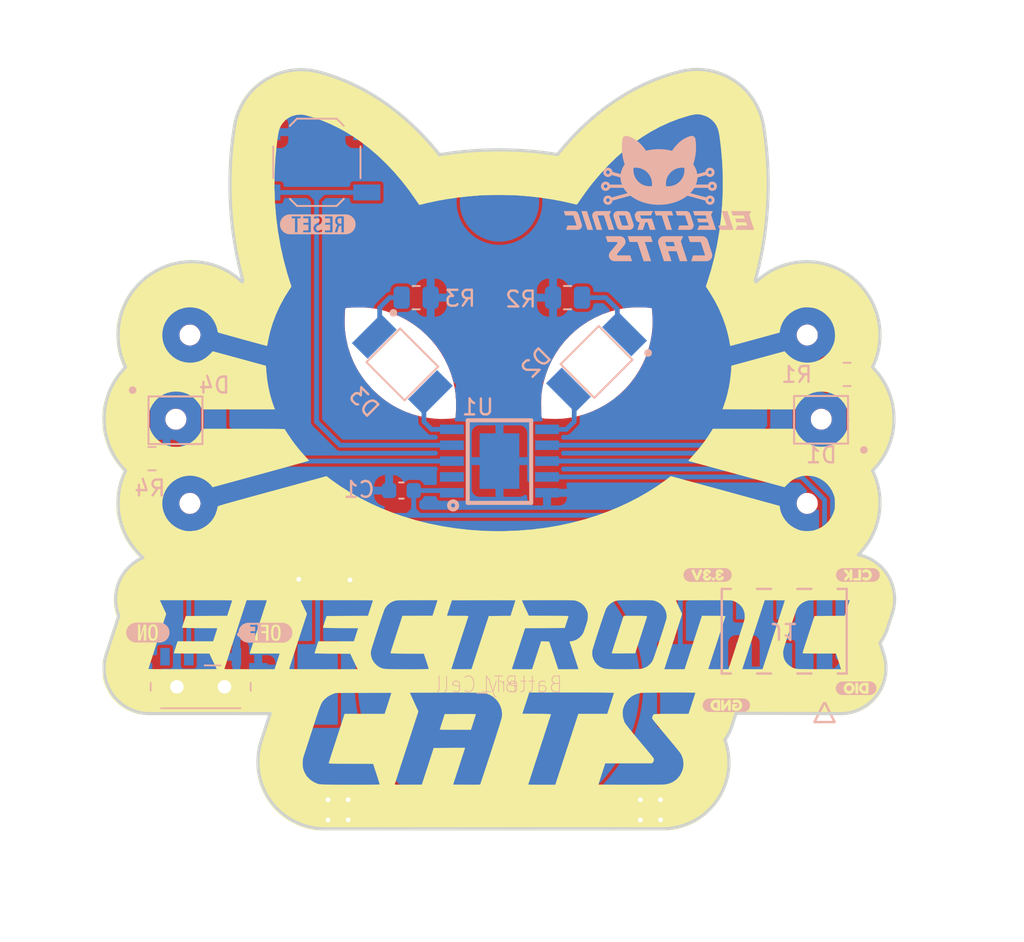
<source format=kicad_pcb>
(kicad_pcb (version 20241229) (generator "pcbnew") (generator_version "9.0")
  (layers (0 "F.Cu" signal "Top") (2 "B.Cu" signal "Bottom") (13 "F.Paste" user) (15 "B.Paste" user) (5 "F.SilkS" user "F.Silkscreen") (7 "B.SilkS" user "B.Silkscreen") (1 "F.Mask" user) (3 "B.Mask" user) (25 "Edge.Cuts" user))
  (net 0 "")
  (net 1 "GND")
  (net 2 "+3.3V")
  (net 3 "Net-(D1-K)")
  (net 4 "/PA7")
  (net 5 "Net-(D2-K)")
  (net 6 "Net-(D3-K)")
  (net 7 "/PA6")
  (net 8 "/PA1")
  (net 9 "Net-(D4-K)")
  (net 10 "/SWCLK")
  (net 11 "/NRST")
  (net 14 "/SWDIO")
  (net 15 "/PA5")
  (net 17 "Net-(BT1--)")
  (footprint "" (layer "F.Cu") (at 127.009873 92.5)
    (property "Reference" "")
    (property "Value" "")
  )
  (footprint "NewSources:BADGE ELECTRONIC CATS_NUEVO AJUSTE" (layer "F.Cu") (at 126.98 108.09)
    (property "Reference" "Ref**" (hide yes))
    (property "Value" "Val**" (hide yes))
  )
  (footprint "kibuzzard-6818FBDE" (layer "B.Cu") (at 104.85 119.64 180)
    (property "Reference" "kibuzzard-6818FBDE" (hide yes))
    (property "Value" "G***" (hide yes))
  )
  (footprint "Capacitor_SMD:C_0603_1608Metric" (layer "B.Cu") (at 120.83 110.69 180)
    (property "Reference" "C1")
    (property "Value" "0.1uF")
  )
  (footprint "kibuzzard-6814F9B5" (layer "B.Cu") (at 141.31 124.22 180)
    (property "Reference" "kibuzzard-6814F9B5" (hide yes))
    (property "Value" "G***" (hide yes))
  )
  (footprint "Library:PY32F002AA15M" (layer "B.Cu") (at 127.009873 108.832002)
    (property "Reference" "U1")
    (property "Value" "PY32F002AA15M6TU")
  )
  (footprint "Resistor_SMD:R_0805_2012Metric" (layer "B.Cu") (at 148.9175 103.37 180)
    (property "Reference" "R1")
    (property "Value" "220")
  )
  (footprint "Resistor_SMD:R_0805_2012Metric" (layer "B.Cu") (at 105.1125 108.68)
    (property "Reference" "R4")
    (property "Value" "220")
  )
  (footprint "Library:LYT77K-K2M1" (layer "B.Cu") (at 147.28 106.23 180)
    (property "Reference" "D1")
    (property "Value" "LED_Small" (hide yes))
  )
  (footprint "kibuzzard-681900B7" (layer "B.Cu") (at 115.56 93.91 180)
    (property "Reference" "kibuzzard-681900B7" (hide yes))
    (property "Value" "G***" (hide yes))
  )
  (footprint "Resistor_SMD:R_0805_2012Metric" (layer "B.Cu") (at 131.3 98.53 180)
    (property "Reference" "R2")
    (property "Value" "220")
  )
  (footprint "NewSources:B-2100N06P-B111_CKM" (layer "B.Cu") (at 147.5 122.03)
    (property "Reference" "J1")
    (property "Value" "Conn_02x03_Odd_Even")
  )
  (footprint "Library:LYT77K-K2M1" (layer "B.Cu") (at 106.59 106.25825)
    (property "Reference" "D4")
    (property "Value" "LED_Small" (hide yes))
  )
  (footprint "Library:LYT77K-K2M1" (layer "B.Cu") (at 133.127767 102.584645 -135)
    (property "Reference" "D2")
    (property "Value" "LED_Small" (hide yes))
  )
  (footprint "Library:LYT77K-K2M1" (layer "B.Cu") (at 120.89 102.74 -45)
    (property "Reference" "D3")
    (property "Value" "LED_Small" (hide yes))
  )
  (footprint "kibuzzard-6814F974" (layer "B.Cu") (at 149.49 123.15 180)
    (property "Reference" "kibuzzard-6814F974" (hide yes))
    (property "Value" "G***" (hide yes))
  )
  (footprint "kibuzzard-6814F994" (layer "B.Cu") (at 140.13 116.01 180)
    (property "Reference" "kibuzzard-6814F994" (hide yes))
    (property "Value" "G***" (hide yes))
  )
  (footprint "kibuzzard-6818FC11" (layer "B.Cu") (at 112.26 119.65 180)
    (property "Reference" "kibuzzard-6818FC11" (hide yes))
    (property "Value" "G***" (hide yes))
  )
  (footprint "NewSources:MSK12C02" (layer "B.Cu") (at 108.18 123.06 180)
    (property "Reference" "SW2")
    (property "Value" "On" (hide yes))
  )
  (footprint "kibuzzard-6814F958" (layer "B.Cu") (at 149.6 116.01 180)
    (property "Reference" "kibuzzard-6814F958" (hide yes))
    (property "Value" "G***" (hide yes))
  )
  (footprint "Button_Switch_SMD:SW_SPST_TL3342" (layer "B.Cu") (at 115.5 90 180)
    (property "Reference" "SW1")
    (property "Value" "SW_RST")
  )
  (footprint "Resistor_SMD:R_0805_2012Metric" (layer "B.Cu") (at 121.76 98.53)
    (property "Reference" "R3")
    (property "Value" "220")
  )
  (footprint "NewSources:BAT-HLD-001" (layer "B.Cu") (at 126.979785 122.91)
    (property "Reference" "BT1")
    (property "Value" "Battery_Cell")
  )
  (gr_poly (pts (xy 131.152769 93.350111) (xy 131.152769 93.350112) (xy 131.666633 93.350112) (xy 131.872056 93.982497) (xy 131.358303 93.982497) (xy 131.30091 93.982497) (xy 131.210999 94.259199) (xy 131.26834 94.259199) (xy 131.93374 94.259199) (xy 131.951343 94.258663) (xy 131.968597 94.257078) (xy 131.985478 94.254478) (xy 132.00196 94.2509) (xy 132.018019 94.246376) (xy 132.033628 94.240942) (xy 132.048763 94.234633) (xy 132.063398 94.227483) (xy 132.077508 94.219527) (xy 132.091068 94.2108) (xy 132.104052 94.201337) (xy 132.116436 94.191172) (xy 132.128193 94.18034) (xy 132.1393 94.168875) (xy 132.14973 94.156813) (xy 132.159458 94.144188) (xy 132.16846 94.131035) (xy 132.176709 94.117389) (xy 132.18418 94.103284) (xy 132.190849 94.088755) (xy 132.19669 94.073837) (xy 132.201677 94.058564) (xy 132.205786 94.042971) (xy 132.208991 94.027094) (xy 132.211267 94.010966) (xy 132.212589 93.994622) (xy 132.212931 93.978098) (xy 132.212269 93.961428) (xy 132.210576 93.944646) (xy 132.207828 93.927787) (xy 132.203999 93.910886) (xy 132.199065 93.893978) (xy 131.995092 93.26617) (xy 131.987292 93.245071) (xy 131.977936 93.2249) (xy 131.967109 93.205717) (xy 131.954891 93.187581) (xy 131.941366 93.170552) (xy 131.926614 93.15469) (xy 131.910719 93.140054) (xy 131.893763 93.126705) (xy 131.875828 93.114703) (xy 131.856995 93.104107) (xy 131.837348 93.094976) (xy 131.816969 93.087372) (xy 131.795939 93.081354) (xy 131.77434 93.07698) (xy 131.752256 93.074313) (xy 131.729768 93.07341) (xy 131.062917 93.07341)) (fill yes) (layer "B.SilkS"))
  (gr_poly (pts (xy 137.377087 94.654486) (xy 137.353651 94.6552) (xy 137.330679 94.65731) (xy 137.308205 94.660771) (xy 137.286261 94.665536) (xy 137.264882 94.671558) (xy 137.244101 94.678793) (xy 137.223952 94.687193) (xy 137.204468 94.696712) (xy 137.185683 94.707304) (xy 137.16763 94.718923) (xy 137.150344 94.731523) (xy 137.133857 94.745057) (xy 137.118204 94.759479) (xy 137.103417 94.774742) (xy 137.089531 94.790802) (xy 137.076579 94.80761) (xy 137.064595 94.825122) (xy 137.053613 94.843291) (xy 137.043665 94.86207) (xy 137.034785 94.881414) (xy 137.027008 94.901276) (xy 137.020367 94.92161) (xy 137.014895 94.94237) (xy 137.010625 94.963509) (xy 137.007593 94.984981) (xy 137.00583 95.006741) (xy 137.005371 95.028741) (xy 137.00625 95.050936) (xy 137.008499 95.07328) (xy 137.012153 95.095725) (xy 137.017245 95.118226) (xy 137.023809 95.140737) (xy 137.378875 96.233551) (xy 137.852632 96.233551) (xy 137.647321 95.601779) (xy 138.173673 95.601779) (xy 138.378984 96.233551) (xy 138.852689 96.233551) (xy 138.54483 95.285978) (xy 138.071099 95.285978) (xy 137.54469 95.285978) (xy 137.459182 95.02277) (xy 137.985538 95.02277) (xy 138.071099 95.285978) (xy 138.54483 95.285978) (xy 138.444855 94.978262) (xy 138.528026 94.798018) (xy 138.562799 94.721603) (xy 138.592995 94.654375)) (fill yes) (layer "B.SilkS"))
  (gr_poly (pts (xy 133.134493 93.073363) (xy 133.116891 93.073903) (xy 133.099638 93.075492) (xy 133.082758 93.078095) (xy 133.066277 93.081677) (xy 133.05022 93.086203) (xy 133.034613 93.091639) (xy 133.01948 93.097949) (xy 133.004847 93.1051) (xy 132.990739 93.113056) (xy 132.977181 93.121783) (xy 132.964198 93.131247) (xy 132.951816 93.141411) (xy 132.94006 93.152243) (xy 132.928956 93.163706) (xy 132.918527 93.175767) (xy 132.9088 93.188391) (xy 132.8998 93.201542) (xy 132.891552 93.215187) (xy 132.884081 93.229291) (xy 132.877413 93.243818) (xy 132.871573 93.258734) (xy 132.866585 93.274006) (xy 132.862476 93.289596) (xy 132.85927 93.305473) (xy 132.856993 93.321599) (xy 132.855669 93.337941) (xy 132.855325 93.354465) (xy 132.855985 93.371134) (xy 132.857675 93.387916) (xy 132.860419 93.404774) (xy 132.864243 93.421674) (xy 132.869173 93.438583) (xy 133.135777 94.259209) (xy 133.491515 94.259209) (xy 133.196071 93.350011) (xy 133.591354 93.350011) (xy 133.886798 94.259209) (xy 134.242535 94.259209) (xy 133.93627 93.316546) (xy 133.998696 93.181186) (xy 134.047485 93.07331)) (fill yes) (layer "B.SilkS"))
  (gr_poly (pts (xy 134.978239 88.330747) (xy 134.966299 88.331921) (xy 134.954499 88.333695) (xy 134.942859 88.336059) (xy 134.931399 88.338998) (xy 134.92014 88.342501) (xy 134.909102 88.346555) (xy 134.898306 88.351147) (xy 134.887773 88.356265) (xy 134.877521 88.361895) (xy 134.867573 88.368026) (xy 134.857948 88.374644) (xy 134.848667 88.381738) (xy 134.839751 88.389293) (xy 134.831218 88.397299) (xy 134.823091 88.405741) (xy 134.81539 88.414608) (xy 134.808134 88.423886) (xy 134.801344 88.433564) (xy 134.795041 88.443628) (xy 134.789246 88.454066) (xy 134.783978 88.464865) (xy 134.779257 88.476013) (xy 134.775105 88.487496) (xy 134.771542 88.499303) (xy 134.768588 88.51142) (xy 134.766264 88.523836) (xy 134.756609 88.58841) (xy 134.748192 88.653489) (xy 134.741029 88.719055) (xy 134.735135 88.785089) (xy 134.730524 88.851572) (xy 134.727212 88.918487) (xy 134.725214 88.985815) (xy 134.724544 89.053537) (xy 134.725281 89.124596) (xy 134.72748 89.195217) (xy 134.731123 89.265381) (xy 134.736192 89.335066) (xy 134.74267 89.404253) (xy 134.750537 89.472921) (xy 134.759777 89.541049) (xy 134.770372 89.608617) (xy 134.782303 89.675604) (xy 134.795553 89.741991) (xy 134.810104 89.807757) (xy 134.825938 89.87288) (xy 134.861383 90.001121) (xy 134.901746 90.126549) (xy 134.877272 90.162128) (xy 134.853892 90.19816) (xy 134.831621 90.234635) (xy 134.810473 90.271542) (xy 134.790464 90.308867) (xy 134.771608 90.346601) (xy 134.753921 90.384732) (xy 134.737417 90.423248) (xy 134.722113 90.462138) (xy 134.708022 90.501391) (xy 134.69516 90.540994) (xy 134.683542 90.580937) (xy 134.673183 90.621208) (xy 134.664098 90.661796) (xy 134.656302 90.702689) (xy 134.64981 90.743875) (xy 134.239594 90.631989) (xy 133.961316 90.631989) (xy 133.961168 90.637835) (xy 133.960729 90.643605) (xy 133.960007 90.649291) (xy 133.959008 90.654887) (xy 133.957739 90.660385) (xy 133.956208 90.665778) (xy 133.954421 90.671058) (xy 133.952386 90.676219) (xy 133.950111 90.681254) (xy 133.947601 90.686155) (xy 133.944865 90.690915) (xy 133.941909 90.695527) (xy 133.93874 90.699984) (xy 133.935367 90.704279) (xy 133.931795 90.708404) (xy 133.928031 90.712352) (xy 133.924084 90.716117) (xy 133.91996 90.719691) (xy 133.915666 90.723066) (xy 133.91121 90.726236) (xy 133.906598 90.729194) (xy 133.901838 90.731932) (xy 133.896936 90.734444) (xy 133.891901 90.736721) (xy 133.886738 90.738757) (xy 133.881456 90.740545) (xy 133.876061 90.742078) (xy 133.870561 90.743348) (xy 133.864962 90.744348) (xy 133.859272 90.745072) (xy 133.853497 90.745511) (xy 133.847646 90.745659) (xy 133.841794 90.745511) (xy 133.83602 90.745072) (xy 133.830329 90.744348) (xy 133.824731 90.743348) (xy 133.81923 90.742078) (xy 133.813835 90.740546) (xy 133.808553 90.738758) (xy 133.80339 90.736722) (xy 133.798355 90.734445) (xy 133.793454 90.731933) (xy 133.788693 90.729195) (xy 133.784082 90.726238) (xy 133.779625 90.723068) (xy 133.775332 90.719692) (xy 133.771208 90.716119) (xy 133.76726 90.712354) (xy 133.763497 90.708406) (xy 133.759925 90.704281) (xy 133.756551 90.699987) (xy 133.753383 90.69553) (xy 133.750427 90.690918) (xy 133.747691 90.686157) (xy 133.745181 90.681256) (xy 133.742906 90.676222) (xy 133.740871 90.67106) (xy 133.739085 90.66578) (xy 133.737553 90.660387) (xy 133.736285 90.654889) (xy 133.735285 90.649293) (xy 133.734563 90.643606) (xy 133.734124 90.637836) (xy 133.733976 90.631989) (xy 133.734124 90.626137) (xy 133.734563 90.620363) (xy 133.735285 90.614672) (xy 133.736285 90.609074) (xy 133.737553 90.603573) (xy 133.739085 90.598178) (xy 133.740871 90.592896) (xy 133.742906 90.587733) (xy 133.745181 90.582698) (xy 133.747691 90.577796) (xy 133.750427 90.573036) (xy 133.753383 90.568424) (xy 133.756551 90.563968) (xy 133.759925 90.559674) (xy 133.763497 90.55555) (xy 133.76726 90.551603) (xy 133.771208 90.54784) (xy 133.775332 90.544268) (xy 133.779625 90.540894) (xy 133.784082 90.537725) (xy 133.788693 90.534769) (xy 133.793454 90.532033) (xy 133.798355 90.529524) (xy 133.80339 90.527248) (xy 133.808553 90.525213) (xy 133.813835 90.523427) (xy 133.81923 90.521896) (xy 133.824731 90.520627) (xy 133.830329 90.519628) (xy 133.83602 90.518905) (xy 133.841794 90.518466) (xy 133.847646 90.518318) (xy 133.853497 90.518466) (xy 133.859272 90.518905) (xy 133.864962 90.519628) (xy 133.870561 90.520627) (xy 133.876062 90.521896) (xy 133.881457 90.523427) (xy 133.886739 90.525213) (xy 133.891901 90.527248) (xy 133.896937 90.529524) (xy 133.901838 90.532033) (xy 133.906598 90.534769) (xy 133.91121 90.537725) (xy 133.915667 90.540894) (xy 133.91996 90.544268) (xy 133.924084 90.54784) (xy 133.928032 90.551603) (xy 133.931795 90.55555) (xy 133.935367 90.559674) (xy 133.938741 90.563968) (xy 133.941909 90.568424) (xy 133.944865 90.573036) (xy 133.947601 90.577796) (xy 133.950111 90.582698) (xy 133.952387 90.587733) (xy 133.954421 90.592896) (xy 133.956208 90.598178) (xy 133.957739 90.603573) (xy 133.959008 90.609074) (xy 133.960007 90.614672) (xy 133.960729 90.620363) (xy 133.961168 90.626137) (xy 133.961316 90.631989) (xy 134.239594 90.631989) (xy 134.138571 90.604435) (xy 134.136946 90.590607) (xy 134.134687 90.576984) (xy 134.131808 90.563581) (xy 134.128324 90.550413) (xy 134.124252 90.537496) (xy 134.119606 90.524845) (xy 134.114401 90.512475) (xy 134.108653 90.500403) (xy 134.102378 90.488642) (xy 134.09559 90.477209) (xy 134.088305 90.466119) (xy 134.080538 90.455387) (xy 134.072305 90.445029) (xy 134.063621 90.43506) (xy 134.054501 90.425496) (xy 134.04496 90.416351) (xy 134.035015 90.407641) (xy 134.024679 90.399382) (xy 134.01397 90.391589) (xy 134.002901 90.384277) (xy 133.991488 90.377461) (xy 133.979747 90.371158) (xy 133.967693 90.365382) (xy 133.955341 90.360149) (xy 133.942707 90.355474) (xy 133.929805 90.351372) (xy 133.916652 90.347859) (xy 133.903262 90.344951) (xy 133.889652 90.342662) (xy 133.875835 90.341008) (xy 133.861828 90.340004) (xy 133.847646 90.339666) (xy 133.832601 90.340046) (xy 133.817754 90.341175) (xy 133.803123 90.343034) (xy 133.788728 90.345604) (xy 133.774585 90.348868) (xy 133.760714 90.352806) (xy 133.747132 90.357401) (xy 133.733859 90.362635) (xy 133.720912 90.368488) (xy 133.70831 90.374943) (xy 133.696071 90.381981) (xy 133.684213 90.389584) (xy 133.672755 90.397733) (xy 133.661715 90.40641) (xy 133.651111 90.415597) (xy 133.640962 90.425276) (xy 133.631286 90.435428) (xy 133.622102 90.446034) (xy 133.613427 90.457077) (xy 133.605281 90.468537) (xy 133.59768 90.480398) (xy 133.590645 90.492639) (xy 133.584192 90.505244) (xy 133.578341 90.518193) (xy 133.57311 90.531468) (xy 133.568516 90.545052) (xy 133.564579 90.558924) (xy 133.561317 90.573068) (xy 133.558748 90.587465) (xy 133.55689 90.602096) (xy 133.555762 90.616943) (xy 133.555382 90.631988) (xy 133.555762 90.647024) (xy 133.55689 90.661862) (xy 133.558748 90.676485) (xy 133.561317 90.690874) (xy 133.564579 90.705012) (xy 133.568516 90.718879) (xy 133.57311 90.732457) (xy 133.578341 90.745728) (xy 133.584192 90.758673) (xy 133.590645 90.771275) (xy 133.59768 90.783514) (xy 133.605281 90.795372) (xy 133.613427 90.806831) (xy 133.622102 90.817873) (xy 133.631286 90.828479) (xy 133.640962 90.83863) (xy 133.651111 90.848309) (xy 133.661715 90.857496) (xy 133.672755 90.866174) (xy 133.684213 90.874324) (xy 133.69607 90.881928) (xy 133.708309 90.888967) (xy 133.720912 90.895423) (xy 133.733859 90.901277) (xy 133.747132 90.906512) (xy 133.760713 90.911108) (xy 133.774585 90.915048) (xy 133.788727 90.918312) (xy 133.803123 90.920884) (xy 133.817753 90.922743) (xy 133.8326 90.923872) (xy 133.847645 90.924252) (xy 133.865756 90.923698) (xy 133.88357 90.922058) (xy 133.901056 90.919364) (xy 133.918181 90.915649) (xy 133.934915 90.910946) (xy 133.951225 90.905288) (xy 133.96708 90.898706) (xy 133.982448 90.891234) (xy 133.997298 90.882905) (xy 134.011598 90.873751) (xy 134.025316 90.863804) (xy 134.038421 90.853098) (xy 134.050881 90.841666) (xy 134.062665 90.829539) (xy 134.073741 90.81675) (xy 134.084077 90.803333) (xy 134.637374 90.954203) (xy 134.638383 90.983458) (xy 134.640047 91.012592) (xy 134.642362 91.041603) (xy 134.645322 91.070486) (xy 134.648924 91.099238) (xy 134.653161 91.127855) (xy 134.65803 91.156333) (xy 134.663525 91.184668) (xy 134.669642 91.212857) (xy 134.676376 91.240896) (xy 134.683721 91.26878) (xy 134.691674 91.296507) (xy 134.700229 91.324073) (xy 134.709381 91.351473) (xy 134.719127 91.378704) (xy 134.72946 91.405762) (xy 133.974705 91.405762) (xy 133.966135 91.385419) (xy 133.956117 91.365891) (xy 133.944717 91.347247) (xy 133.932003 91.329555) (xy 133.918043 91.312884) (xy 133.902903 91.297303) (xy 133.886653 91.28288) (xy 133.869358 91.269684) (xy 133.851087 91.257783) (xy 133.831907 91.247247) (xy 133.811885 91.238143) (xy 133.79109 91.23054) (xy 133.769588 91.224508) (xy 133.747446 91.220114) (xy 133.724734 91.217427) (xy 133.701517 91.216516) (xy 133.686472 91.216897) (xy 133.671625 91.218026) (xy 133.656995 91.219885) (xy 133.642599 91.222457) (xy 133.628456 91.225722) (xy 133.614585 91.229662) (xy 133.601003 91.234258) (xy 133.58773 91.239493) (xy 133.574783 91.245348) (xy 133.56218 91.251805) (xy 133.549941 91.258845) (xy 133.538083 91.266449) (xy 133.526625 91.2746) (xy 133.515585 91.283279) (xy 133.504982 91.292468) (xy 133.494833 91.302148) (xy 133.485157 91.312301) (xy 133.475972 91.322909) (xy 133.467298 91.333952) (xy 133.459151 91.345413) (xy 133.451551 91.357274) (xy 133.444515 91.369515) (xy 133.438063 91.38212) (xy 133.432212 91.395068) (xy 133.42698 91.408342) (xy 133.422387 91.421924) (xy 133.41845 91.435794) (xy 133.415187 91.449935) (xy 133.412618 91.464329) (xy 133.41076 91.478956) (xy 133.409632 91.493799) (xy 133.409252 91.508839) (xy 133.409632 91.523884) (xy 133.41076 91.538732) (xy 133.412618 91.553364) (xy 133.415187 91.567761) (xy 133.41845 91.581905) (xy 133.422387 91.595778) (xy 133.42698 91.609361) (xy 133.432212 91.622637) (xy 133.438063 91.635586) (xy 133.444515 91.64819) (xy 133.451551 91.660432) (xy 133.459151 91.672292) (xy 133.467298 91.683753) (xy 133.475973 91.694795) (xy 133.485157 91.705402) (xy 133.494833 91.715553) (xy 133.504982 91.725232) (xy 133.515586 91.734419) (xy 133.526626 91.743096) (xy 133.538084 91.751245) (xy 133.549942 91.758848) (xy 133.562181 91.765885) (xy 133.574783 91.77234) (xy 133.58773 91.778193) (xy 133.601004 91.783426) (xy 133.614585 91.788021) (xy 133.628456 91.79196) (xy 133.642599 91.795223) (xy 133.656995 91.797794) (xy 133.671625 91.799652) (xy 133.686472 91.800781) (xy 133.701517 91.801161) (xy 133.713184 91.800932) (xy 133.724734 91.80025) (xy 133.736157 91.799124) (xy 133.747447 91.797563) (xy 133.758593 91.795576) (xy 133.769588 91.79317) (xy 133.780423 91.790354) (xy 133.79109 91.787137) (xy 133.80158 91.783528) (xy 133.811886 91.779535) (xy 133.821998 91.775167) (xy 133.831907 91.770432) (xy 133.841607 91.765339) (xy 133.851087 91.759897) (xy 133.860341 91.754114) (xy 133.869359 91.747998) (xy 133.878132 91.741559) (xy 133.886653 91.734805) (xy 133.894913 91.727744) (xy 133.902904 91.720385) (xy 133.910616 91.712737) (xy 133.918043 91.704808) (xy 133.925175 91.696607) (xy 133.932003 91.688142) (xy 133.93852 91.679423) (xy 133.944717 91.670457) (xy 133.950585 91.661253) (xy 133.956117 91.65182) (xy 133.961303 91.642167) (xy 133.966135 91.632301) (xy 133.970605 91.622232) (xy 133.974705 91.611968) (xy 134.830583 91.611968) (xy 134.857207 91.655439) (xy 134.8854 91.698283) (xy 134.915135 91.740482) (xy 134.946386 91.782015) (xy 134.979128 91.822862) (xy 135.013334 91.863006) (xy 135.048978 91.902424) (xy 135.086034 91.941099) (xy 134.084078 92.214346) (xy 134.073733 92.200928) (xy 134.062651 92.18814) (xy 134.050862 92.176013) (xy 134.038399 92.16458) (xy 134.025293 92.153874) (xy 134.011575 92.143927) (xy 133.997276 92.134773) (xy 133.982429 92.126444) (xy 133.967063 92.118972) (xy 133.951212 92.112391) (xy 133.934905 92.106732) (xy 133.918175 92.102029) (xy 133.901052 92.098314) (xy 133.883569 92.09562) (xy 133.865756 92.09398) (xy 133.847646 92.093426) (xy 133.832601 92.093806) (xy 133.817754 92.094935) (xy 133.803123 92.096795) (xy 133.788728 92.099366) (xy 133.774585 92.102631) (xy 133.760714 92.106571) (xy 133.747132 92.111167) (xy 133.733859 92.116402) (xy 133.720912 92.122257) (xy 133.70831 92.128713) (xy 133.696071 92.135753) (xy 133.684213 92.143357) (xy 133.672755 92.151508) (xy 133.661715 92.160187) (xy 133.651111 92.169376) (xy 133.640962 92.179055) (xy 133.631286 92.189208) (xy 133.622102 92.199816) (xy 133.613427 92.210859) (xy 133.605281 92.22232) (xy 133.59768 92.234181) (xy 133.590645 92.246422) (xy 133.584192 92.259026) (xy 133.578341 92.271975) (xy 133.57311 92.285249) (xy 133.568516 92.298831) (xy 133.564579 92.312701) (xy 133.561317 92.326843) (xy 133.558748 92.341237) (xy 133.55689 92.355864) (xy 133.555762 92.370708) (xy 133.555382 92.385748) (xy 133.555762 92.400793) (xy 133.55689 92.41564) (xy 133.558748 92.43027) (xy 133.561317 92.444666) (xy 133.564579 92.458808) (xy 133.568516 92.472679) (xy 133.57311 92.486261) (xy 133.578341 92.499534) (xy 133.584192 92.512481) (xy 133.590645 92.525084) (xy 133.597681 92.537323) (xy 133.605281 92.54918) (xy 133.613428 92.560639) (xy 133.622102 92.571679) (xy 133.631287 92.582282) (xy 133.640963 92.592431) (xy 133.651111 92.602107) (xy 133.661715 92.611291) (xy 133.672755 92.619966) (xy 133.684213 92.628113) (xy 133.696071 92.635713) (xy 133.70831 92.642749) (xy 133.720912 92.649201) (xy 133.733859 92.655052) (xy 133.747133 92.660284) (xy 133.760714 92.664877) (xy 133.774585 92.668814) (xy 133.788728 92.672077) (xy 133.803124 92.674646) (xy 133.817754 92.676504) (xy 133.832601 92.677632) (xy 133.847646 92.678012) (xy 133.861828 92.677674) (xy 133.875835 92.67667) (xy 133.889651 92.675016) (xy 133.903262 92.672728) (xy 133.916652 92.669819) (xy 133.929805 92.666306) (xy 133.942706 92.662205) (xy 133.95534 92.65753) (xy 133.967692 92.652297) (xy 133.979746 92.646522) (xy 133.991487 92.640219) (xy 134.002899 92.633404) (xy 134.013968 92.626093) (xy 134.024677 92.618301) (xy 134.035012 92.610043) (xy 134.044958 92.601334) (xy 134.054498 92.592191) (xy 134.063618 92.582628) (xy 134.072302 92.572661) (xy 134.080535 92.562305) (xy 134.088302 92.551575) (xy 134.095587 92.540488) (xy 134.102375 92.529057) (xy 134.10865 92.5173) (xy 134.114398 92.50523) (xy 134.119603 92.492864) (xy 134.12425 92.480217) (xy 134.128322 92.467304) (xy 134.131806 92.454141) (xy 134.134686 92.440742) (xy 134.136946 92.427124) (xy 134.138571 92.413302) (xy 134.239614 92.385742) (xy 133.961316 92.385742) (xy 133.961168 92.391589) (xy 133.960729 92.39736) (xy 133.960007 92.403046) (xy 133.959008 92.408642) (xy 133.957739 92.414141) (xy 133.956208 92.419533) (xy 133.954421 92.424814) (xy 133.952386 92.429976) (xy 133.950111 92.43501) (xy 133.947601 92.439911) (xy 133.944865 92.444671) (xy 133.941909 92.449284) (xy 133.93874 92.45374) (xy 133.935367 92.458035) (xy 133.931795 92.46216) (xy 133.928031 92.466108) (xy 133.924084 92.469873) (xy 133.91996 92.473446) (xy 133.915666 92.476822) (xy 133.91121 92.479992) (xy 133.906598 92.482949) (xy 133.901838 92.485687) (xy 133.896936 92.488199) (xy 133.891901 92.490476) (xy 133.886738 92.492512) (xy 133.881456 92.4943) (xy 133.876061 92.495832) (xy 133.870561 92.497102) (xy 133.864962 92.498102) (xy 133.859272 92.498826) (xy 133.853497 92.499265) (xy 133.847646 92.499413) (xy 133.841794 92.499265) (xy 133.83602 92.498826) (xy 133.830329 92.498102) (xy 133.824731 92.497102) (xy 133.81923 92.495832) (xy 133.813835 92.4943) (xy 133.808553 92.492512) (xy 133.80339 92.490476) (xy 133.798355 92.488198) (xy 133.793454 92.485687) (xy 133.788693 92.482949) (xy 133.784082 92.479992) (xy 133.779625 92.476822) (xy 133.775332 92.473446) (xy 133.771208 92.469873) (xy 133.76726 92.466108) (xy 133.763497 92.46216) (xy 133.759925 92.458035) (xy 133.756551 92.45374) (xy 133.753383 92.449283) (xy 133.750427 92.444671) (xy 133.747691 92.439911) (xy 133.745181 92.43501) (xy 133.742906 92.429975) (xy 133.740871 92.424814) (xy 133.739085 92.419533) (xy 133.737553 92.41414) (xy 133.736285 92.408642) (xy 133.735285 92.403046) (xy 133.734563 92.39736) (xy 133.734124 92.391589) (xy 133.733976 92.385742) (xy 133.734124 92.379891) (xy 133.734563 92.374116) (xy 133.735285 92.368426) (xy 133.736285 92.362827) (xy 133.737553 92.357327) (xy 133.739085 92.351932) (xy 133.740871 92.346649) (xy 133.742906 92.341487) (xy 133.745181 92.336452) (xy 133.747691 92.33155) (xy 133.750427 92.32679) (xy 133.753383 92.322178) (xy 133.756551 92.317722) (xy 133.759925 92.313428) (xy 133.763497 92.309304) (xy 133.76726 92.305357) (xy 133.771208 92.301593) (xy 133.775332 92.298021) (xy 133.779625 92.294648) (xy 133.784082 92.291479) (xy 133.788693 92.288523) (xy 133.793454 92.285787) (xy 133.798355 92.283277) (xy 133.80339 92.281002) (xy 133.808553 92.278967) (xy 133.813835 92.27718) (xy 133.81923 92.275649) (xy 133.824731 92.27438) (xy 133.830329 92.273381) (xy 133.83602 92.272659) (xy 133.841794 92.27222) (xy 133.847646 92.272072) (xy 133.853497 92.27222) (xy 133.859272 92.272659) (xy 133.864962 92.273381) (xy 133.870561 92.27438) (xy 133.876062 92.275649) (xy 133.881457 92.27718) (xy 133.886739 92.278967) (xy 133.891901 92.281002) (xy 133.896937 92.283277) (xy 133.901838 92.285787) (xy 133.906598 92.288523) (xy 133.91121 92.291479) (xy 133.915667 92.294647) (xy 133.91996 92.298021) (xy 133.924084 92.301593) (xy 133.928032 92.305357) (xy 133.931795 92.309304) (xy 133.935367 92.313428) (xy 133.938741 92.317722) (xy 133.941909 92.322178) (xy 133.944865 92.32679) (xy 133.947601 92.33155) (xy 133.950111 92.336451) (xy 133.952387 92.341487) (xy 133.954421 92.346649) (xy 133.956208 92.351932) (xy 133.957739 92.357327) (xy 133.959008 92.362827) (xy 133.960007 92.368426) (xy 133.960729 92.374116) (xy 133.961168 92.379891) (xy 133.961316 92.385742) (xy 134.239614 92.385742) (xy 135.269029 92.104972) (xy 135.354486 92.169424) (xy 135.444347 92.230673) (xy 135.538431 92.288586) (xy 135.636555 92.343032) (xy 135.738538 92.39388) (xy 135.844196 92.440997) (xy 135.953349 92.484251) (xy 136.065814 92.523512) (xy 136.181408 92.558647) (xy 136.299949 92.589525) (xy 136.421256 92.616014) (xy 136.545145 92.637982) (xy 136.671435 92.655297) (xy 136.799944 92.667829) (xy 136.930489 92.675444) (xy 137.062888 92.678012) (xy 137.195297 92.675444) (xy 137.325851 92.667829) (xy 137.454366 92.655297) (xy 137.580663 92.637982) (xy 137.704557 92.616014) (xy 137.825868 92.589525) (xy 137.944413 92.558647) (xy 138.06001 92.523512) (xy 138.172477 92.484251) (xy 138.281631 92.440997) (xy 138.387291 92.39388) (xy 138.489274 92.343032) (xy 138.587399 92.288586) (xy 138.681483 92.230673) (xy 138.771344 92.169424) (xy 138.8568 92.104972) (xy 139.987259 92.413243) (xy 139.988884 92.427071) (xy 139.991144 92.440694) (xy 139.994023 92.454097) (xy 139.997507 92.467265) (xy 140.00158 92.480182) (xy 140.006227 92.492833) (xy 140.011431 92.505202) (xy 140.017179 92.517275) (xy 140.023455 92.529036) (xy 140.030243 92.540468) (xy 140.037528 92.551559) (xy 140.045295 92.56229) (xy 140.053528 92.572648) (xy 140.062212 92.582617) (xy 140.071332 92.592182) (xy 140.080872 92.601327) (xy 140.090817 92.610036) (xy 140.101153 92.618296) (xy 140.111862 92.626089) (xy 140.122931 92.633401) (xy 140.134343 92.640216) (xy 140.146084 92.64652) (xy 140.158138 92.652296) (xy 140.17049 92.657529) (xy 140.183124 92.662204) (xy 140.196025 92.666306) (xy 140.209178 92.669818) (xy 140.222568 92.672727) (xy 140.236179 92.675016) (xy 140.249995 92.67667) (xy 140.264002 92.677674) (xy 140.278185 92.678012) (xy 140.293229 92.677631) (xy 140.308076 92.676503) (xy 140.322707 92.674645) (xy 140.337102 92.672076) (xy 140.351245 92.668814) (xy 140.365116 92.664877) (xy 140.378697 92.660283) (xy 140.391971 92.655052) (xy 140.404918 92.649201) (xy 140.41752 92.642748) (xy 140.429759 92.635713) (xy 140.441617 92.628112) (xy 140.453075 92.619966) (xy 140.464115 92.611291) (xy 140.474719 92.602107) (xy 140.484868 92.592431) (xy 140.494544 92.582282) (xy 140.503728 92.571678) (xy 140.512403 92.560638) (xy 140.520549 92.54918) (xy 140.52815 92.537322) (xy 140.535185 92.525083) (xy 140.541638 92.512481) (xy 140.547489 92.499534) (xy 140.55272 92.48626) (xy 140.557314 92.472679) (xy 140.561251 92.458808) (xy 140.564513 92.444665) (xy 140.567082 92.43027) (xy 140.56894 92.415639) (xy 140.570068 92.400792) (xy 140.570448 92.385748) (xy 140.570448 92.385742) (xy 140.391855 92.385742) (xy 140.391707 92.391589) (xy 140.391268 92.397359) (xy 140.390546 92.403046) (xy 140.389546 92.408642) (xy 140.388278 92.41414) (xy 140.386746 92.419533) (xy 140.38496 92.424814) (xy 140.382925 92.429975) (xy 140.38065 92.43501) (xy 140.37814 92.439911) (xy 140.375404 92.444671) (xy 140.372448 92.449283) (xy 140.369279 92.45374) (xy 140.365906 92.458035) (xy 140.362334 92.46216) (xy 140.35857 92.466108) (xy 140.354623 92.469872) (xy 140.350499 92.473446) (xy 140.346205 92.476821) (xy 140.341749 92.479991) (xy 140.337137 92.482949) (xy 140.332377 92.485687) (xy 140.327475 92.488198) (xy 140.32244 92.490475) (xy 140.317278 92.492511) (xy 140.311995 92.494299) (xy 140.3066 92.495832) (xy 140.3011 92.497102) (xy 140.295501 92.498102) (xy 140.289811 92.498825) (xy 140.284036 92.499264) (xy 140.278185 92.499412) (xy 140.272333 92.499264) (xy 140.266559 92.498825) (xy 140.260869 92.498102) (xy 140.25527 92.497102) (xy 140.249769 92.495832) (xy 140.244374 92.494299) (xy 140.239092 92.492511) (xy 140.233929 92.490475) (xy 140.228894 92.488198) (xy 140.223992 92.485687) (xy 140.219232 92.482949) (xy 140.21462 92.479991) (xy 140.210164 92.476821) (xy 140.20587 92.473446) (xy 140.201746 92.469872) (xy 140.197799 92.466108) (xy 140.194036 92.46216) (xy 140.190464 92.458035) (xy 140.18709 92.45374) (xy 140.183921 92.449283) (xy 140.180965 92.444671) (xy 140.178229 92.439911) (xy 140.17572 92.43501) (xy 140.173444 92.429975) (xy 140.171409 92.424814) (xy 140.169623 92.419533) (xy 140.168092 92.41414) (xy 140.166823 92.408642) (xy 140.165824 92.403046) (xy 140.165101 92.397359) (xy 140.164662 92.391589) (xy 140.164514 92.385742) (xy 140.164662 92.37989) (xy 140.165101 92.374116) (xy 140.165824 92.368426) (xy 140.166823 92.362827) (xy 140.168092 92.357326) (xy 140.169623 92.351931) (xy 140.171409 92.346649) (xy 140.173444 92.341487) (xy 140.17572 92.336451) (xy 140.178229 92.33155) (xy 140.180965 92.326789) (xy 140.183921 92.322178) (xy 140.18709 92.317721) (xy 140.190464 92.313427) (xy 140.194036 92.309303) (xy 140.197799 92.305356) (xy 140.201746 92.301593) (xy 140.20587 92.298021) (xy 140.210164 92.294647) (xy 140.21462 92.291479) (xy 140.219232 92.288523) (xy 140.223992 92.285786) (xy 140.228894 92.283277) (xy 140.233929 92.281001) (xy 140.239092 92.278966) (xy 140.244374 92.27718) (xy 140.249769 92.275649) (xy 140.25527 92.27438) (xy 140.260869 92.273381) (xy 140.266559 92.272658) (xy 140.272333 92.272219) (xy 140.278185 92.272072) (xy 140.284036 92.272219) (xy 140.289811 92.272658) (xy 140.295501 92.273381) (xy 140.3011 92.27438) (xy 140.3066 92.275649) (xy 140.311995 92.27718) (xy 140.317278 92.278966) (xy 140.32244 92.281001) (xy 140.327475 92.283277) (xy 140.332377 92.285786) (xy 140.337137 92.288523) (xy 140.341749 92.291479) (xy 140.346205 92.294647) (xy 140.350499 92.298021) (xy 140.354623 92.301593) (xy 140.35857 92.305356) (xy 140.362334 92.309303) (xy 140.365906 92.313427) (xy 140.369279 92.317721) (xy 140.372448 92.322178) (xy 140.375404 92.326789) (xy 140.37814 92.33155) (xy 140.38065 92.336451) (xy 140.382925 92.341487) (xy 140.38496 92.346649) (xy 140.386746 92.351931) (xy 140.388278 92.357326) (xy 140.389546 92.362827) (xy 140.390546 92.368426) (xy 140.391268 92.374116) (xy 140.391707 92.37989) (xy 140.391855 92.385742) (xy 140.570448 92.385742) (xy 140.570068 92.370707) (xy 140.56894 92.355864) (xy 140.567082 92.341236) (xy 140.564513 92.326843) (xy 140.561251 92.312701) (xy 140.557314 92.29883) (xy 140.55272 92.285249) (xy 140.547489 92.271974) (xy 140.541638 92.259026) (xy 140.535185 92.246422) (xy 140.52815 92.23418) (xy 140.520549 92.22232) (xy 140.512403 92.210859) (xy 140.503728 92.199815) (xy 140.494544 92.189208) (xy 140.484868 92.179055) (xy 140.474719 92.169375) (xy 140.464115 92.160187) (xy 140.453075 92.151508) (xy 140.441617 92.143357) (xy 140.429759 92.135752) (xy 140.41752 92.128713) (xy 140.404918 92.122256) (xy 140.391971 92.116402) (xy 140.378697 92.111167) (xy 140.365116 92.10657) (xy 140.351245 92.10263) (xy 140.337102 92.099366) (xy 140.322707 92.096794) (xy 140.308076 92.094935) (xy 140.293229 92.093806) (xy 140.278185 92.093425) (xy 140.260075 92.093979) (xy 140.242263 92.09562) (xy 140.22478 92.098314) (xy 140.207658 92.102028) (xy 140.190928 92.106731) (xy 140.174622 92.11239) (xy 140.15877 92.118972) (xy 140.143405 92.126443) (xy 140.128557 92.134773) (xy 140.114259 92.143927) (xy 140.10054 92.153873) (xy 140.087434 92.164579) (xy 140.07497 92.176012) (xy 140.063181 92.188139) (xy 140.052099 92.200928) (xy 140.041753 92.214345) (xy 139.039802 91.941046) (xy 139.07686 91.902389) (xy 139.112505 91.862983) (xy 139.146712 91.82285) (xy 139.179454 91.782008) (xy 139.210706 91.740479) (xy 139.240441 91.698282) (xy 139.268634 91.655439) (xy 139.295257 91.611968) (xy 140.151131 91.611968) (xy 140.159701 91.632302) (xy 140.169719 91.651822) (xy 140.181119 91.670459) (xy 140.193833 91.688145) (xy 140.207793 91.704811) (xy 140.222932 91.720388) (xy 140.239183 91.734807) (xy 140.256477 91.748001) (xy 140.274749 91.759899) (xy 140.293929 91.770434) (xy 140.31395 91.779537) (xy 140.334746 91.787138) (xy 140.356248 91.79317) (xy 140.37839 91.797564) (xy 140.401102 91.800251) (xy 140.424319 91.801161) (xy 140.439364 91.800781) (xy 140.454211 91.799653) (xy 140.468841 91.797794) (xy 140.483237 91.795224) (xy 140.497379 91.79196) (xy 140.511251 91.788021) (xy 140.524832 91.783426) (xy 140.538105 91.778193) (xy 140.551052 91.77234) (xy 140.563655 91.765885) (xy 140.575894 91.758847) (xy 140.587752 91.751244) (xy 140.59921 91.743095) (xy 140.61025 91.734417) (xy 140.620853 91.72523) (xy 140.631002 91.715551) (xy 140.640678 91.7054) (xy 140.649863 91.694794) (xy 140.658537 91.683751) (xy 140.666684 91.67229) (xy 140.674284 91.66043) (xy 140.68132 91.648188) (xy 140.687772 91.635584) (xy 140.693624 91.622635) (xy 140.698855 91.609359) (xy 140.703448 91.595776) (xy 140.707385 91.581903) (xy 140.710648 91.567759) (xy 140.713217 91.553363) (xy 140.715075 91.538731) (xy 140.716203 91.523884) (xy 140.716583 91.508839) (xy 140.537989 91.508839) (xy 140.537842 91.514686) (xy 140.537403 91.520456) (xy 140.53668 91.526143) (xy 140.535681 91.531739) (xy 140.534412 91.537237) (xy 140.532881 91.54263) (xy 140.531095 91.547911) (xy 140.52906 91.553072) (xy 140.526784 91.558107) (xy 140.524275 91.563008) (xy 140.521538 91.567768) (xy 140.518582 91.57238) (xy 140.515414 91.576837) (xy 140.51204 91.581131) (xy 140.508468 91.585256) (xy 140.504705 91.589205) (xy 140.500758 91.592969) (xy 140.496634 91.596543) (xy 140.49234 91.599918) (xy 140.487883 91.603088) (xy 140.483272 91.606046) (xy 140.478511 91.608784) (xy 140.47361 91.611295) (xy 140.468575 91.613572) (xy 140.463412 91.615608) (xy 140.45813 91.617396) (xy 140.452735 91.618929) (xy 140.447234 91.620199) (xy 140.441635 91.621199) (xy 140.435945 91.621922) (xy 140.430171 91.622361) (xy 140.424319 91.622509) (xy 140.418472 91.622361) (xy 140.412702 91.621922) (xy 140.407015 91.621199) (xy 140.401419 91.620198) (xy 140.395921 91.618928) (xy 140.390528 91.617396) (xy 140.385247 91.615608) (xy 140.380086 91.613571) (xy 140.375051 91.611294) (xy 140.37015 91.608783) (xy 140.36539 91.606045) (xy 140.360778 91.603087) (xy 140.356321 91.599917) (xy 140.352027 91.596541) (xy 140.347902 91.592967) (xy 140.343953 91.589203) (xy 140.340189 91.585254) (xy 140.336615 91.581129) (xy 140.33324 91.576835) (xy 140.33007 91.572378) (xy 140.327112 91.567766) (xy 140.324374 91.563005) (xy 140.321863 91.558104) (xy 140.319586 91.55307) (xy 140.31755 91.547909) (xy 140.315762 91.542628) (xy 140.314229 91.537235) (xy 140.31296 91.531737) (xy 140.311959 91.526142) (xy 140.311236 91.520455) (xy 140.310797 91.514685) (xy 140.310649 91.508839) (xy 140.310797 91.502988) (xy 140.311236 91.497213) (xy 140.311959 91.491523) (xy 140.31296 91.485924) (xy 140.314229 91.480423) (xy 140.315762 91.475028) (xy 140.31755 91.469746) (xy 140.319586 91.464584) (xy 140.321863 91.459548) (xy 140.324374 91.454647) (xy 140.327112 91.449887) (xy 140.33007 91.445275) (xy 140.33324 91.440818) (xy 140.336615 91.436525) (xy 140.340189 91.4324) (xy 140.343953 91.428453) (xy 140.347902 91.42469) (xy 140.352027 91.421118) (xy 140.356321 91.417744) (xy 140.360778 91.414576) (xy 140.36539 91.41162) (xy 140.37015 91.408883) (xy 140.375051 91.406374) (xy 140.380086 91.404098) (xy 140.385247 91.402064) (xy 140.390528 91.400277) (xy 140.395921 91.398746) (xy 140.401419 91.397477) (xy 140.407015 91.396478) (xy 140.412702 91.395755) (xy 140.418472 91.395317) (xy 140.424319 91.395169) (xy 140.430171 91.395317) (xy 140.435945 91.395755) (xy 140.441635 91.396478) (xy 140.447234 91.397477) (xy 140.452735 91.398746) (xy 140.45813 91.400277) (xy 140.463412 91.402064) (xy 140.468575 91.404098) (xy 140.47361 91.406374) (xy 140.478511 91.408883) (xy 140.483272 91.41162) (xy 140.487883 91.414576) (xy 140.49234 91.417744) (xy 140.496634 91.421118) (xy 140.500758 91.42469) (xy 140.504705 91.428453) (xy 140.508468 91.4324) (xy 140.51204 91.436525) (xy 140.515414 91.440818) (xy 140.518582 91.445275) (xy 140.521538 91.449887) (xy 140.524275 91.454647) (xy 140.526784 91.459548) (xy 140.52906 91.464584) (xy 140.531095 91.469746) (xy 140.532881 91.475028) (xy 140.534412 91.480423) (xy 140.535681 91.485924) (xy 140.53668 91.491523) (xy 140.537403 91.497213) (xy 140.537842 91.502988) (xy 140.537989 91.508839) (xy 140.716583 91.508839) (xy 140.716203 91.493799) (xy 140.715075 91.478955) (xy 140.713217 91.464328) (xy 140.710648 91.449934) (xy 140.707385 91.435792) (xy 140.703448 91.421922) (xy 140.698855 91.40834) (xy 140.693624 91.395066) (xy 140.687772 91.382117) (xy 140.68132 91.369513) (xy 140.674284 91.357272) (xy 140.666684 91.345411) (xy 140.658537 91.33395) (xy 140.649863 91.322906) (xy 140.640678 91.312299) (xy 140.631002 91.302146) (xy 140.620853 91.292467) (xy 140.61025 91.283278) (xy 140.59921 91.274599) (xy 140.587752 91.266448) (xy 140.575894 91.258844) (xy 140.563655 91.251804) (xy 140.551052 91.245348) (xy 140.538105 91.239493) (xy 140.524832 91.234258) (xy 140.511251 91.229661) (xy 140.497379 91.225721) (xy 140.483237 91.222457) (xy 140.468841 91.219886) (xy 140.454211 91.218026) (xy 140.439364 91.216897) (xy 140.424319 91.216517) (xy 140.412652 91.216746) (xy 140.401102 91.217428) (xy 140.389679 91.218553) (xy 140.37839 91.220114) (xy 140.367243 91.222102) (xy 140.356248 91.224508) (xy 140.345413 91.227324) (xy 140.334746 91.230541) (xy 140.324256 91.234151) (xy 140.313951 91.238144) (xy 140.303839 91.242513) (xy 140.293929 91.247248) (xy 140.284229 91.252342) (xy 140.274749 91.257785) (xy 140.265495 91.263569) (xy 140.256478 91.269686) (xy 140.247704 91.276127) (xy 140.239183 91.282882) (xy 140.230923 91.289945) (xy 140.222932 91.297306) (xy 140.21522 91.304956) (xy 140.207793 91.312887) (xy 140.200661 91.32109) (xy 140.193833 91.329558) (xy 140.187316 91.33828) (xy 140.181119 91.347249) (xy 140.175251 91.356456) (xy 140.169719 91.365893) (xy 140.164533 91.375551) (xy 140.159701 91.38542) (xy 140.155231 91.395494) (xy 140.151132 91.405763) (xy 139.396371 91.405763) (xy 139.416449 91.351473) (xy 139.425602 91.324073) (xy 139.434157 91.296507) (xy 139.442109 91.26878) (xy 139.449455 91.240896) (xy 139.456188 91.212857) (xy 139.462305 91.184668) (xy 139.4678 91.156333) (xy 139.472669 91.127855) (xy 139.476907 91.099238) (xy 139.480508 91.070486) (xy 139.483469 91.041603) (xy 139.485783 91.012592) (xy 139.487448 90.983458) (xy 139.488457 90.954204) (xy 140.041753 90.803333) (xy 140.052089 90.81675) (xy 140.063165 90.829537) (xy 140.074949 90.841664) (xy 140.087409 90.853097) (xy 140.100514 90.863802) (xy 140.114232 90.873749) (xy 140.128532 90.882903) (xy 140.143382 90.891233) (xy 140.15875 90.898705) (xy 140.174605 90.905287) (xy 140.190915 90.910946) (xy 140.207648 90.915649) (xy 140.224773 90.919364) (xy 140.242259 90.922058) (xy 140.260073 90.923699) (xy 140.278185 90.924253) (xy 140.29323 90.923872) (xy 140.308076 90.922743) (xy 140.322707 90.920884) (xy 140.337102 90.918313) (xy 140.351245 90.915048) (xy 140.365116 90.911108) (xy 140.378698 90.906512) (xy 140.391971 90.901278) (xy 140.404918 90.895423) (xy 140.41752 90.888967) (xy 140.42976 90.881928) (xy 140.441617 90.874324) (xy 140.453075 90.866174) (xy 140.464115 90.857496) (xy 140.474719 90.848309) (xy 140.484868 90.83863) (xy 140.494544 90.828479) (xy 140.503728 90.817873) (xy 140.512403 90.806832) (xy 140.52055 90.795373) (xy 140.52815 90.783514) (xy 140.535186 90.771275) (xy 140.541638 90.758674) (xy 140.547489 90.745728) (xy 140.552721 90.732457) (xy 140.557314 90.718879) (xy 140.561251 90.705012) (xy 140.564513 90.690875) (xy 140.567083 90.676485) (xy 140.56894 90.661862) (xy 140.570069 90.647024) (xy 140.570449 90.631989) (xy 140.391855 90.631989) (xy 140.391707 90.637835) (xy 140.391268 90.643605) (xy 140.390546 90.649291) (xy 140.389546 90.654887) (xy 140.388278 90.660385) (xy 140.386746 90.665778) (xy 140.38496 90.671058) (xy 140.382925 90.676219) (xy 140.38065 90.681254) (xy 140.37814 90.686155) (xy 140.375404 90.690915) (xy 140.372448 90.695527) (xy 140.369279 90.699984) (xy 140.365906 90.704279) (xy 140.362334 90.708404) (xy 140.35857 90.712352) (xy 140.354623 90.716117) (xy 140.350499 90.719691) (xy 140.346205 90.723066) (xy 140.341749 90.726236) (xy 140.337137 90.729194) (xy 140.332377 90.731932) (xy 140.327475 90.734444) (xy 140.32244 90.736721) (xy 140.317278 90.738757) (xy 140.311995 90.740545) (xy 140.3066 90.742078) (xy 140.3011 90.743348) (xy 140.295501 90.744348) (xy 140.289811 90.745072) (xy 140.284036 90.745511) (xy 140.278185 90.745659) (xy 140.272333 90.745511) (xy 140.266559 90.745072) (xy 140.260869 90.744348) (xy 140.25527 90.743348) (xy 140.249769 90.742078) (xy 140.244374 90.740546) (xy 140.239092 90.738758) (xy 140.233929 90.736722) (xy 140.228894 90.734445) (xy 140.223992 90.731933) (xy 140.219232 90.729195) (xy 140.21462 90.726238) (xy 140.210164 90.723068) (xy 140.20587 90.719692) (xy 140.201746 90.716119) (xy 140.197799 90.712354) (xy 140.194036 90.708406) (xy 140.190464 90.704281) (xy 140.18709 90.699987) (xy 140.183921 90.69553) (xy 140.180965 90.690918) (xy 140.178229 90.686157) (xy 140.17572 90.681256) (xy 140.173444 90.676222) (xy 140.171409 90.67106) (xy 140.169623 90.66578) (xy 140.168092 90.660387) (xy 140.166823 90.654889) (xy 140.165824 90.649293) (xy 140.165101 90.643606) (xy 140.164662 90.637836) (xy 140.164514 90.631989) (xy 140.164662 90.626137) (xy 140.165101 90.620363) (xy 140.165824 90.614672) (xy 140.166823 90.609074) (xy 140.168092 90.603573) (xy 140.169623 90.598178) (xy 140.171409 90.592896) (xy 140.173444 90.587733) (xy 140.17572 90.582698) (xy 140.178229 90.577796) (xy 140.180965 90.573036) (xy 140.183921 90.568424) (xy 140.18709 90.563968) (xy 140.190464 90.559674) (xy 140.194036 90.55555) (xy 140.197799 90.551603) (xy 140.201746 90.54784) (xy 140.20587 90.544268) (xy 140.210164 90.540894) (xy 140.21462 90.537725) (xy 140.219232 90.534769) (xy 140.223992 90.532033) (xy 140.228894 90.529524) (xy 140.233929 90.527248) (xy 140.239092 90.525213) (xy 140.244374 90.523427) (xy 140.249769 90.521896) (xy 140.25527 90.520627) (xy 140.260869 90.519628) (xy 140.266559 90.518905) (xy 140.272333 90.518466) (xy 140.278185 90.518318) (xy 140.284036 90.518466) (xy 140.289811 90.518905) (xy 140.295501 90.519628) (xy 140.3011 90.520627) (xy 140.3066 90.521896) (xy 140.311995 90.523427) (xy 140.317278 90.525213) (xy 140.32244 90.527248) (xy 140.327475 90.529524) (xy 140.332377 90.532033) (xy 140.337137 90.534769) (xy 140.341749 90.537725) (xy 140.346205 90.540894) (xy 140.350499 90.544268) (xy 140.354623 90.54784) (xy 140.35857 90.551603) (xy 140.362334 90.55555) (xy 140.365906 90.559674) (xy 140.369279 90.563968) (xy 140.372448 90.568424) (xy 140.375404 90.573036) (xy 140.37814 90.577796) (xy 140.38065 90.582698) (xy 140.382925 90.587733) (xy 140.38496 90.592896) (xy 140.386746 90.598178) (xy 140.388278 90.603573) (xy 140.389546 90.609074) (xy 140.390546 90.614672) (xy 140.391268 90.620363) (xy 140.391707 90.626137) (xy 140.391855 90.631989) (xy 140.570449 90.631989) (xy 140.570069 90.616944) (xy 140.56894 90.602096) (xy 140.567083 90.587465) (xy 140.564513 90.573068) (xy 140.561251 90.558925) (xy 140.557314 90.545052) (xy 140.552721 90.531469) (xy 140.547489 90.518193) (xy 140.541638 90.505244) (xy 140.535186 90.49264) (xy 140.52815 90.480398) (xy 140.52055 90.468538) (xy 140.512403 90.457077) (xy 140.503728 90.446034) (xy 140.494544 90.435428) (xy 140.484868 90.425276) (xy 140.474719 90.415598) (xy 140.464115 90.406411) (xy 140.453075 90.397733) (xy 140.441617 90.389584) (xy 140.42976 90.381981) (xy 140.41752 90.374943) (xy 140.404918 90.368488) (xy 140.391971 90.362635) (xy 140.378698 90.357402) (xy 140.365116 90.352806) (xy 140.351245 90.348868) (xy 140.337102 90.345604) (xy 140.322707 90.343034) (xy 140.308076 90.341175) (xy 140.29323 90.340047) (xy 140.278185 90.339666) (xy 140.264003 90.340004) (xy 140.249995 90.341008) (xy 140.236179 90.342662) (xy 140.222568 90.344951) (xy 140.209179 90.34786) (xy 140.196025 90.351372) (xy 140.183124 90.355474) (xy 140.17049 90.360149) (xy 140.158138 90.365382) (xy 140.146084 90.371158) (xy 140.134343 90.377462) (xy 140.122931 90.384277) (xy 140.111862 90.391589) (xy 140.101153 90.399382) (xy 140.090818 90.407641) (xy 140.080872 90.416351) (xy 140.071332 90.425496) (xy 140.062212 90.435061) (xy 140.053528 90.44503) (xy 140.045295 90.455388) (xy 140.037528 90.466119) (xy 140.030243 90.477209) (xy 140.023455 90.488642) (xy 140.01718 90.500403) (xy 140.011432 90.512476) (xy 140.006227 90.524845) (xy 140.00158 90.537496) (xy 139.997507 90.550413) (xy 139.994024 90.563581) (xy 139.991144 90.576984) (xy 139.988884 90.590607) (xy 139.987259 90.604435) (xy 139.476016 90.743875) (xy 139.469524 90.70269) (xy 139.461728 90.661799) (xy 139.452642 90.621214) (xy 139.442283 90.580947) (xy 139.430665 90.541008) (xy 139.417803 90.50141) (xy 139.41222 90.485859) (xy 138.670571 90.485859) (xy 138.66924 90.538499) (xy 138.665289 90.590449) (xy 138.658783 90.641643) (xy 138.649787 90.692018) (xy 138.638363 90.741509) (xy 138.624577 90.790052) (xy 138.608493 90.837583) (xy 138.590176 90.884038) (xy 138.569688 90.929351) (xy 138.547096 90.97346) (xy 138.522462 91.016299) (xy 138.495852 91.057805) (xy 138.467329 91.097913) (xy 138.436959 91.136558) (xy 138.404804 91.173677) (xy 138.37093 91.209205) (xy 138.3354 91.243078) (xy 138.29828 91.275231) (xy 138.259633 91.305601) (xy 138.219523 91.334123) (xy 138.178015 91.360733) (xy 138.135173 91.385365) (xy 138.091062 91.407958) (xy 138.045745 91.428444) (xy 137.999288 91.446762) (xy 137.951753 91.462846) (xy 137.903206 91.476631) (xy 137.853711 91.488055) (xy 137.803332 91.497051) (xy 137.752133 91.503557) (xy 137.700179 91.507508) (xy 137.647533 91.508839) (xy 137.63017 91.508683) (xy 137.612884 91.508222) (xy 137.595676 91.507462) (xy 137.578544 91.506411) (xy 137.561489 91.505079) (xy 137.544508 91.503472) (xy 137.527602 91.501599) (xy 137.51077 91.499467) (xy 137.508637 91.482652) (xy 137.506763 91.465754) (xy 137.505156 91.448774) (xy 137.503824 91.431716) (xy 137.502775 91.414578) (xy 137.502015 91.397364) (xy 137.501554 91.380074) (xy 137.501399 91.36271) (xy 137.501399 91.362704) (xy 136.624437 91.362704) (xy 136.624281 91.38007) (xy 136.623819 91.397361) (xy 136.623059 91.414577) (xy 136.622009 91.431715) (xy 136.620677 91.448774) (xy 136.61907 91.465753) (xy 136.617197 91.482651) (xy 136.615065 91.499467) (xy 136.598233 91.5016) (xy 136.581327 91.503474) (xy 136.564347 91.505081) (xy 136.547291 91.506413) (xy 136.53016 91.507463) (xy 136.512952 91.508222) (xy 136.495666 91.508683) (xy 136.478302 91.508839) (xy 133.815186 91.508839) (xy 133.815038 91.514686) (xy 133.814599 91.520456) (xy 133.813876 91.526143) (xy 133.812876 91.531739) (xy 133.811606 91.537237) (xy 133.810073 91.54263) (xy 133.808286 91.54791) (xy 133.806249 91.553072) (xy 133.803972 91.558107) (xy 133.801461 91.563008) (xy 133.798723 91.567768) (xy 133.795766 91.57238) (xy 133.792595 91.576837) (xy 133.78922 91.581131) (xy 133.785647 91.585256) (xy 133.781882 91.589205) (xy 133.777934 91.592969) (xy 133.773809 91.596543) (xy 133.769514 91.599918) (xy 133.765057 91.603088) (xy 133.760445 91.606046) (xy 133.755685 91.608784) (xy 133.750784 91.611295) (xy 133.74575 91.613572) (xy 133.740588 91.615608) (xy 133.735308 91.617396) (xy 133.729915 91.618928) (xy 133.724417 91.620198) (xy 133.718821 91.621198) (xy 133.713134 91.621922) (xy 133.707364 91.622361) (xy 133.701517 91.622509) (xy 133.695665 91.622361) (xy 133.689891 91.621922) (xy 133.684201 91.621198) (xy 133.678602 91.620198) (xy 133.673101 91.618928) (xy 133.667706 91.617396) (xy 133.662424 91.615608) (xy 133.657262 91.613572) (xy 133.652226 91.611295) (xy 133.647325 91.608784) (xy 133.642565 91.606046) (xy 133.637953 91.603088) (xy 133.633496 91.599918) (xy 133.629203 91.596543) (xy 133.625078 91.592969) (xy 133.621131 91.589205) (xy 133.617368 91.585256) (xy 133.613796 91.581131) (xy 133.610422 91.576837) (xy 133.607254 91.57238) (xy 133.604298 91.567768) (xy 133.601561 91.563008) (xy 133.599052 91.558107) (xy 133.596776 91.553072) (xy 133.594742 91.54791) (xy 133.592955 91.54263) (xy 133.591424 91.537237) (xy 133.590155 91.531739) (xy 133.589156 91.526143) (xy 133.588433 91.520456) (xy 133.587994 91.514686) (xy 133.587847 91.508839) (xy 133.587994 91.502987) (xy 133.588433 91.497213) (xy 133.589156 91.491523) (xy 133.590155 91.485924) (xy 133.591424 91.480423) (xy 133.592955 91.475028) (xy 133.594742 91.469746) (xy 133.596776 91.464583) (xy 133.599052 91.459548) (xy 133.601561 91.454647) (xy 133.604298 91.449886) (xy 133.607254 91.445274) (xy 133.610422 91.440818) (xy 133.613796 91.436524) (xy 133.617368 91.4324) (xy 133.621131 91.428453) (xy 133.625078 91.42469) (xy 133.629203 91.421118) (xy 133.633496 91.417744) (xy 133.637953 91.414575) (xy 133.642565 91.41162) (xy 133.647325 91.408883) (xy 133.652226 91.406374) (xy 133.657262 91.404098) (xy 133.662424 91.402063) (xy 133.667706 91.400277) (xy 133.673101 91.398746) (xy 133.678602 91.397477) (xy 133.684201 91.396478) (xy 133.689891 91.395755) (xy 133.695665 91.395316) (xy 133.701517 91.395168) (xy 133.707363 91.395316) (xy 133.713133 91.395755) (xy 133.71882 91.396478) (xy 133.724415 91.397477) (xy 133.729913 91.398745) (xy 133.735306 91.400276) (xy 133.740586 91.402063) (xy 133.745748 91.404097) (xy 133.750782 91.406373) (xy 133.755683 91.408882) (xy 133.760443 91.411618) (xy 133.765055 91.414574) (xy 133.769512 91.417742) (xy 133.773807 91.421116) (xy 133.777932 91.424688) (xy 133.78188 91.428451) (xy 133.785645 91.432398) (xy 133.789219 91.436522) (xy 133.792594 91.440816) (xy 133.795764 91.445272) (xy 133.798722 91.449884) (xy 133.80146 91.454644) (xy 133.803971 91.459546) (xy 133.806249 91.464581) (xy 133.808285 91.469744) (xy 133.810073 91.475026) (xy 133.811606 91.480421) (xy 133.812876 91.485922) (xy 133.813876 91.491521) (xy 133.814599 91.497212) (xy 133.815038 91.502987) (xy 133.815186 91.508839) (xy 136.478302 91.508839) (xy 136.425657 91.507508) (xy 136.373703 91.503557) (xy 136.322504 91.497051) (xy 136.272125 91.488054) (xy 136.22263 91.476631) (xy 136.174083 91.462845) (xy 136.126549 91.446762) (xy 136.080091 91.428444) (xy 136.034775 91.407957) (xy 135.990664 91.385365) (xy 135.947822 91.360732) (xy 135.906314 91.334123) (xy 135.866205 91.305601) (xy 135.827558 91.275231) (xy 135.790437 91.243077) (xy 135.754908 91.209204) (xy 135.721034 91.173676) (xy 135.688879 91.136557) (xy 135.658509 91.097911) (xy 135.629986 91.057804) (xy 135.603376 91.016298) (xy 135.578742 90.973458) (xy 135.55615 90.929349) (xy 135.535662 90.884035) (xy 135.517345 90.83758) (xy 135.50126 90.790049) (xy 135.487474 90.741505) (xy 135.476051 90.692014) (xy 135.467053 90.641638) (xy 135.460547 90.590444) (xy 135.456596 90.538494) (xy 135.455264 90.485854) (xy 135.455422 90.46847) (xy 135.455889 90.451165) (xy 135.456656 90.433938) (xy 135.457712 90.41679) (xy 135.459048 90.399719) (xy 135.460654 90.382728) (xy 135.46252 90.365814) (xy 135.464636 90.348979) (xy 135.481468 90.346865) (xy 135.498374 90.345006) (xy 135.515355 90.343409) (xy 135.53241 90.342084) (xy 135.549542 90.341039) (xy 135.56675 90.340282) (xy 135.584035 90.339821) (xy 135.601399 90.339666) (xy 135.654044 90.340997) (xy 135.705998 90.344947) (xy 135.757197 90.351452) (xy 135.807576 90.360448) (xy 135.857072 90.37187) (xy 135.905619 90.385655) (xy 135.953153 90.401737) (xy 135.999611 90.420053) (xy 136.044928 90.440539) (xy 136.089039 90.46313) (xy 136.131881 90.487761) (xy 136.173389 90.51437) (xy 136.213498 90.542891) (xy 136.252145 90.57326) (xy 136.289266 90.605413) (xy 136.324795 90.639286) (xy 136.35867 90.674814) (xy 136.390824 90.711933) (xy 136.421195 90.75058) (xy 136.449718 90.790689) (xy 136.476328 90.832196) (xy 136.500961 90.875038) (xy 136.523554 90.91915) (xy 136.544041 90.964467) (xy 136.562359 91.010926) (xy 136.578443 91.058463) (xy 136.592229 91.107012) (xy 136.603652 91.15651) (xy 136.612649 91.206892) (xy 136.619155 91.258095) (xy 136.623106 91.310054) (xy 136.624437 91.362704) (xy 137.501399 91.362704) (xy 137.50273 91.310059) (xy 137.506681 91.258101) (xy 137.513187 91.206898) (xy 137.522183 91.156515) (xy 137.533607 91.107018) (xy 137.547393 91.058468) (xy 137.563477 91.010932) (xy 137.581794 90.964473) (xy 137.602282 90.919156) (xy 137.624874 90.875044) (xy 137.649508 90.832202) (xy 137.676118 90.790694) (xy 137.704641 90.750585) (xy 137.735011 90.711939) (xy 137.767166 90.674819) (xy 137.80104 90.639291) (xy 137.83657 90.605418) (xy 137.87369 90.573265) (xy 137.912337 90.542896) (xy 137.952447 90.514376) (xy 137.993955 90.487767) (xy 138.036797 90.463135) (xy 138.080908 90.440545) (xy 138.126225 90.420059) (xy 138.172682 90.401743) (xy 138.220217 90.385661) (xy 138.268764 90.371876) (xy 138.318259 90.360454) (xy 138.368638 90.351458) (xy 138.419837 90.344953) (xy 138.471791 90.341003) (xy 138.524437 90.339672) (xy 138.5418 90.339827) (xy 138.559086 90.340288) (xy 138.576294 90.341045) (xy 138.593425 90.34209) (xy 138.610481 90.343415) (xy 138.627461 90.345012) (xy 138.644368 90.346871) (xy 138.6612 90.348985) (xy 138.663316 90.36582) (xy 138.665182 90.382734) (xy 138.666788 90.399725) (xy 138.668124 90.416795) (xy 138.66918 90.433944) (xy 138.669946 90.45117) (xy 138.670413 90.468476) (xy 138.670571 90.485859) (xy 139.41222 90.485859) (xy 139.403712 90.462162) (xy 139.388408 90.423278) (xy 139.371904 90.384767) (xy 139.354217 90.346642) (xy 139.335362 90.308912) (xy 139.315352 90.271591) (xy 139.294204 90.234689) (xy 139.271933 90.198216) (xy 139.248553 90.162186) (xy 139.224079 90.126608) (xy 139.264459 90.00116) (xy 139.299912 89.872905) (xy 139.330298 89.742006) (xy 139.355476 89.608625) (xy 139.375304 89.472924) (xy 139.389642 89.335068) (xy 139.398348 89.195218) (xy 139.401282 89.053537) (xy 139.400618 88.986146) (xy 139.398637 88.919145) (xy 139.395355 88.852552) (xy 139.390788 88.786385) (xy 139.384954 88.720663) (xy 139.377868 88.655403) (xy 139.369547 88.590624) (xy 139.360007 88.526345) (xy 139.357679 88.513873) (xy 139.354716 88.501702) (xy 139.351137 88.489844) (xy 139.346965 88.478311) (xy 139.342219 88.467117) (xy 139.33692 88.456275) (xy 139.331089 88.445797) (xy 139.324747 88.435696) (xy 139.317914 88.425986) (xy 139.310612 88.416678) (xy 139.302861 88.407787) (xy 139.294682 88.399323) (xy 139.286095 88.391302) (xy 139.277122 88.383735) (xy 139.267783 88.376635) (xy 139.258098 88.370015) (xy 139.24809 88.363889) (xy 139.237777 88.358268) (xy 139.227182 88.353166) (xy 139.216325 88.348595) (xy 139.205227 88.344569) (xy 139.193908 88.3411) (xy 139.182389 88.338202) (xy 139.170692 88.335886) (xy 139.158836 88.334166) (xy 139.146842 88.333055) (xy 139.134732 88.332566) (xy 139.122526 88.332711) (xy 139.110244 88.333503) (xy 139.097909 88.334955) (xy 139.085539 88.337081) (xy 139.073157 88.339892) (xy 138.987289 88.364485) (xy 138.902666 88.3941) (xy 138.819361 88.428627) (xy 138.737447 88.467959) (xy 138.656996 88.511986) (xy 138.57808 88.560598) (xy 138.500773 88.613688) (xy 138.425147 88.671145) (xy 138.351275 88.732862) (xy 138.279229 88.798728) (xy 138.209082 88.868635) (xy 138.140906 88.942475) (xy 138.074775 89.020137) (xy 138.010761 89.101513) (xy 137.948936 89.186495) (xy 137.889374 89.274972) (xy 137.791702 89.251074) (xy 137.692224 89.23013) (xy 137.591038 89.21221) (xy 137.48824 89.197388) (xy 137.383929 89.185734) (xy 137.278202 89.177321) (xy 137.171156 89.17222) (xy 137.062889 89.170504) (xy 136.956338 89.172168) (xy 136.850967 89.177114) (xy 136.746869 89.185272) (xy 136.644137 89.196571) (xy 136.542865 89.210943) (xy 136.443144 89.228317) (xy 136.345068 89.248623) (xy 136.24873 89.271792) (xy 136.188513 89.182958) (xy 136.126007 89.097663) (xy 136.061282 89.016017) (xy 135.994415 88.93813) (xy 135.925478 88.864114) (xy 135.854545 88.794079) (xy 135.78169 88.728136) (xy 135.706987 88.666395) (xy 135.630509 88.608968) (xy 135.55233 88.555964) (xy 135.472524 88.507496) (xy 135.391165 88.463672) (xy 135.308326 88.424605) (xy 135.224081 88.390404) (xy 135.138505 88.361181) (xy 135.05167 88.337045) (xy 135.039321 88.334345) (xy 135.026988 88.332321) (xy 135.014694 88.330962) (xy 135.002457 88.330256) (xy 134.990299 88.330188)) (fill yes) (layer "B.SilkS"))
  (gr_poly (pts (xy 141.318373 93.982391) (xy 140.804573 93.982391) (xy 140.894425 94.259098) (xy 141.408284 94.259098) (xy 141.541088 94.259098) (xy 141.764021 94.259098) (xy 141.378724 93.073304) (xy 141.022987 93.073304)) (fill yes) (layer "B.SilkS"))
  (gr_poly (pts (xy 141.705776 93.35) (xy 142.411843 93.35) (xy 142.476041 93.547612) (xy 141.868981 93.547612) (xy 141.946065 93.784769) (xy 142.553125 93.784769) (xy 142.617323 93.982387) (xy 142.010264 93.982387) (xy 141.878411 94.259088) (xy 143.062919 94.259088) (xy 142.755314 93.312186) (xy 142.79395 93.230073) (xy 142.825177 93.162874) (xy 142.84897 93.110609) (xy 142.865302 93.073299) (xy 141.615865 93.073299)) (fill yes) (layer "B.SilkS"))
  (gr_poly (pts (xy 133.819156 95.022907) (xy 133.92446 95.022907) (xy 134.379755 95.022907) (xy 134.384558 95.023083) (xy 134.389216 95.023599) (xy 134.393722 95.024443) (xy 134.398069 95.025597) (xy 134.402249 95.027048) (xy 134.406256 95.02878) (xy 134.410083 95.030779) (xy 134.413723 95.033029) (xy 134.417168 95.035516) (xy 134.420412 95.038225) (xy 134.423448 95.04114) (xy 134.426269 95.044246) (xy 134.428868 95.04753) (xy 134.431237 95.050975) (xy 134.43337 95.054566) (xy 134.435261 95.05829) (xy 134.4369 95.06213) (xy 134.438283 95.066072) (xy 134.439402 95.070102) (xy 134.440249 95.074203) (xy 134.440818 95.078361) (xy 134.441102 95.082561) (xy 134.441094 95.086788) (xy 134.440787 95.091027) (xy 134.440173 95.095264) (xy 134.439246 95.099482) (xy 134.438 95.103668) (xy 134.436426 95.107806) (xy 134.434518 95.111881) (xy 134.432268 95.115879) (xy 134.429671 95.119784) (xy 134.426719 95.123581) (xy 133.987822 95.646536) (xy 133.973618 95.66462) (xy 133.960696 95.683439) (xy 133.949068 95.702926) (xy 133.938748 95.723014) (xy 133.929748 95.743636) (xy 133.922084 95.764726) (xy 133.915766 95.786217) (xy 133.91081 95.808042) (xy 133.907227 95.830134) (xy 133.905031 95.852427) (xy 133.904236 95.874854) (xy 133.904855 95.897347) (xy 133.9069 95.919841) (xy 133.910385 95.942269) (xy 133.915324 95.964563) (xy 133.921729 95.986657) (xy 133.93173 96.013687) (xy 133.94372 96.039528) (xy 133.957592 96.064103) (xy 133.973244 96.087336) (xy 133.990568 96.10915) (xy 134.009462 96.129469) (xy 134.02982 96.148216) (xy 134.051536 96.165314) (xy 134.074507 96.180688) (xy 134.098628 96.194261) (xy 134.123794 96.205955) (xy 134.149899 96.215695) (xy 134.176839 96.223403) (xy 134.20451 96.229004) (xy 134.232806 96.232421) (xy 134.261623 96.233577) (xy 135.370556 96.233577) (xy 135.250805 95.865124) (xy 134.47965 95.865124) (xy 134.474842 95.864948) (xy 134.47018 95.864431) (xy 134.465671 95.863588) (xy 134.461322 95.862434) (xy 134.457139 95.860983) (xy 134.45313 95.859251) (xy 134.449302 95.857252) (xy 134.445662 95.855002) (xy 134.442216 95.852516) (xy 134.438972 95.849807) (xy 134.435937 95.846893) (xy 134.433117 95.843786) (xy 134.43052 95.840503) (xy 134.428153 95.837058) (xy 134.426022 95.833466) (xy 134.424134 95.829743) (xy 134.422497 95.825903) (xy 134.421118 95.821961) (xy 134.420003 95.817932) (xy 134.419159 95.81383) (xy 134.418594 95.809672) (xy 134.418314 95.805472) (xy 134.418326 95.801245) (xy 134.418638 95.797006) (xy 134.419256 95.792769) (xy 134.420188 95.788551) (xy 134.421439 95.784365) (xy 134.423018 95.780226) (xy 134.424931 95.776151) (xy 134.427185 95.772153) (xy 134.429787 95.768248) (xy 134.432745 95.76445) (xy 134.87153 95.241501) (xy 134.885744 95.223417) (xy 134.898674 95.204598) (xy 134.910307 95.185112) (xy 134.920631 95.165025) (xy 134.929632 95.144403) (xy 134.937299 95.123315) (xy 134.943617 95.101826) (xy 134.948574 95.080004) (xy 134.952157 95.057915) (xy 134.954353 95.035626) (xy 134.955149 95.013204) (xy 134.954532 94.990716) (xy 134.95249 94.968228) (xy 134.94901 94.945808) (xy 134.944077 94.923522) (xy 134.937681 94.901437) (xy 134.927678 94.874398) (xy 134.915686 94.84855) (xy 134.901811 94.823968) (xy 134.886156 94.800729) (xy 134.868829 94.778909) (xy 134.849932 94.758586) (xy 134.829573 94.739836) (xy 134.807855 94.722734) (xy 134.784884 94.707358) (xy 134.760766 94.693784) (xy 134.735605 94.682088) (xy 134.709506 94.672348) (xy 134.682575 94.664639) (xy 134.654917 94.659038) (xy 134.626637 94.655621) (xy 134.59784 94.654465) (xy 134.59784 94.654453) (xy 133.804715 94.654453) (xy 133.699464 94.654453)) (fill yes) (layer "B.SilkS"))
  (gr_poly (pts (xy 139.014593 95.024744) (xy 139.698848 95.024744) (xy 139.97248 95.866955) (xy 139.288225 95.866955) (xy 139.211867 95.866955) (xy 139.092116 96.235356) (xy 139.168475 96.235356) (xy 140.05458 96.235356) (xy 140.078026 96.234642) (xy 140.101007 96.232531) (xy 140.12349 96.229071) (xy 140.145442 96.224306) (xy 140.166829 96.218283) (xy 140.187617 96.211048) (xy 140.207773 96.202648) (xy 140.227263 96.193128) (xy 140.246053 96.182536) (xy 140.26411 96.170916) (xy 140.281401 96.158316) (xy 140.297891 96.144782) (xy 140.313548 96.130359) (xy 140.328337 96.115095) (xy 140.342225 96.099034) (xy 140.355179 96.082224) (xy 140.367164 96.064711) (xy 140.378147 96.046541) (xy 140.388096 96.02776) (xy 140.396975 96.008414) (xy 140.404751 95.98855) (xy 140.411392 95.968214) (xy 140.416863 95.947452) (xy 140.42113 95.92631) (xy 140.424161 95.904835) (xy 140.425921 95.883072) (xy 140.426377 95.861068) (xy 140.425495 95.838869) (xy 140.423243 95.816522) (xy 140.419585 95.794073) (xy 140.414489 95.771567) (xy 140.40792 95.749051) (xy 140.136294 94.912973) (xy 140.125895 94.884869) (xy 140.113429 94.858001) (xy 140.099005 94.832449) (xy 140.082732 94.808293) (xy 140.064719 94.785611) (xy 140.045075 94.764485) (xy 140.02391 94.744993) (xy 140.001332 94.727214) (xy 139.977451 94.711229) (xy 139.952375 94.697117) (xy 139.926215 94.684958) (xy 139.899079 94.67483) (xy 139.871076 94.666814) (xy 139.842316 94.66099) (xy 139.812907 94.657436) (xy 139.782959 94.656232) (xy 138.894842 94.656232)) (fill yes) (layer "B.SilkS"))
  (gr_poly (pts (xy 135.210308 95.022923) (xy 135.703142 95.022923) (xy 136.096472 96.233588) (xy 136.570229 96.233588) (xy 136.1769 95.022923) (xy 136.669734 95.022923) (xy 136.549983 94.654465) (xy 135.09061 94.654465)) (fill yes) (layer "B.SilkS"))
  (gr_poly (pts (xy 132.554881 94.259204) (xy 132.910619 94.259204) (xy 132.525316 93.07341) (xy 132.169584 93.07341)) (fill yes) (layer "B.SilkS"))
  (gr_poly (pts (xy 135.798575 93.073941) (xy 135.781322 93.075526) (xy 135.764441 93.078125) (xy 135.74796 93.081704) (xy 135.731903 93.086228) (xy 135.716295 93.091662) (xy 135.701161 93.097971) (xy 135.686527 93.105121) (xy 135.672418 93.113076) (xy 135.65886 93.121803) (xy 135.645876 93.131267) (xy 135.633494 93.141432) (xy 135.621737 93.152264) (xy 135.610631 93.163728) (xy 135.600201 93.17579) (xy 135.590473 93.188415) (xy 135.581471 93.201568) (xy 135.573222 93.215215) (xy 135.565749 93.22932) (xy 135.559079 93.243849) (xy 135.553236 93.258767) (xy 135.548246 93.27404) (xy 135.544134 93.289632) (xy 135.540925 93.30551) (xy 135.538645 93.321638) (xy 135.537318 93.337981) (xy 135.53697 93.354505) (xy 135.537626 93.371176) (xy 135.539312 93.387958) (xy 135.542051 93.404817) (xy 135.545871 93.421717) (xy 135.550795 93.438625) (xy 135.604675 93.604334) (xy 135.611984 93.62409) (xy 135.620745 93.642977) (xy 135.630882 93.660937) (xy 135.642319 93.677916) (xy 135.654978 93.693857) (xy 135.668784 93.708705) (xy 135.683658 93.722404) (xy 135.699525 93.734897) (xy 135.716308 93.74613) (xy 135.73393 93.756046) (xy 135.752315 93.76459) (xy 135.771385 93.771706) (xy 135.791063 93.777337) (xy 135.811274 93.781429) (xy 135.831941 93.783924) (xy 135.852986 93.784769) (xy 135.698877 94.259198) (xy 136.054615 94.259198) (xy 136.208724 93.784769) (xy 136.339688 93.784769) (xy 136.493796 94.259082) (xy 136.849534 94.259082) (xy 136.695425 93.784763) (xy 136.618341 93.547607) (xy 135.942008 93.547607) (xy 135.877809 93.350106) (xy 136.554201 93.350106) (xy 136.681651 93.073405) (xy 135.816178 93.073405)) (fill yes) (layer "B.SilkS"))
  (gr_poly (pts (xy 138.196835 93.34999) (xy 138.710698 93.34999) (xy 138.916231 93.982375) (xy 138.402368 93.982375) (xy 138.344975 93.982375) (xy 138.255123 94.259076) (xy 138.312457 94.259076) (xy 138.977805 94.259076) (xy 138.995407 94.25854) (xy 139.012662 94.256956) (xy 139.029543 94.254357) (xy 139.046025 94.250779) (xy 139.062083 94.246257) (xy 139.077693 94.240824) (xy 139.092828 94.234517) (xy 139.107463 94.227369) (xy 139.121574 94.219415) (xy 139.135134 94.21069) (xy 139.148119 94.201228) (xy 139.160503 94.191065) (xy 139.172262 94.180234) (xy 139.18337 94.168772) (xy 139.193801 94.156711) (xy 139.203531 94.144088) (xy 139.212533 94.130936) (xy 139.220784 94.117291) (xy 139.228258 94.103187) (xy 139.234929 94.088658) (xy 139.240772 94.07374) (xy 139.245762 94.058468) (xy 139.249874 94.042875) (xy 139.253082 94.026996) (xy 139.255362 94.010867) (xy 139.256687 93.994522) (xy 139.257034 93.977996) (xy 139.256376 93.961322) (xy 139.254688 93.944537) (xy 139.251945 93.927675) (xy 139.248122 93.91077) (xy 139.243193 93.893857) (xy 139.03922 93.266048) (xy 139.031409 93.244949) (xy 139.022045 93.224777) (xy 139.01121 93.205593) (xy 138.998986 93.187457) (xy 138.985455 93.170428) (xy 138.970699 93.154565) (xy 138.9548 93.13993) (xy 138.937841 93.126582) (xy 138.919903 93.114579) (xy 138.901069 93.103984) (xy 138.88142 93.094854) (xy 138.86104 93.08725) (xy 138.840009 93.081231) (xy 138.81841 93.076859) (xy 138.796326 93.074191) (xy 138.773838 93.073289) (xy 138.106983 93.073289)) (fill yes) (layer "B.SilkS"))
  (gr_poly (pts (xy 139.300079 93.349995) (xy 140.00614 93.349995) (xy 140.070392 93.547607) (xy 139.463332 93.547607) (xy 139.540357 93.784764) (xy 140.147475 93.784764) (xy 140.211615 93.982375) (xy 139.604555 93.982375) (xy 139.472703 94.259076) (xy 139.472703 94.259082) (xy 140.657269 94.259082) (xy 140.349664 93.312181) (xy 140.3883 93.230068) (xy 140.419527 93.162869) (xy 140.44332 93.110604) (xy 140.459652 93.073294) (xy 139.210221 93.073294)) (fill yes) (layer "B.SilkS"))
  (gr_poly (pts (xy 136.863843 93.350011) (xy 137.233915 93.350011) (xy 137.529301 94.259098) (xy 137.884981 94.259098) (xy 137.589653 93.350011) (xy 137.959668 93.350011) (xy 137.869809 93.073304) (xy 136.773932 93.073304)) (fill yes) (layer "B.SilkS"))
  (gr_poly (pts (xy 134.454709 93.073951) (xy 134.43745 93.075536) (xy 134.420565 93.078135) (xy 134.40408 93.081712) (xy 134.388019 93.086235) (xy 134.372407 93.091667) (xy 134.357271 93.097975) (xy 134.342634 93.105123) (xy 134.328523 93.113077) (xy 134.314962 93.121802) (xy 134.301977 93.131264) (xy 134.289593 93.141427) (xy 134.277835 93.152257) (xy 134.266728 93.16372) (xy 134.256298 93.175781) (xy 134.24657 93.188404) (xy 134.237569 93.201556) (xy 134.22932 93.215201) (xy 134.221848 93.229305) (xy 134.215179 93.243834) (xy 134.209338 93.258752) (xy 134.20435 93.274024) (xy 134.20024 93.289617) (xy 134.197034 93.305496) (xy 134.194756 93.321625) (xy 134.193432 93.33797) (xy 134.193088 93.354497) (xy 134.193747 93.37117) (xy 134.195437 93.387955) (xy 134.198181 93.404817) (xy 134.202005 93.421723) (xy 134.206934 93.438636) (xy 134.410907 94.066444) (xy 134.418717 94.087544) (xy 134.428081 94.107715) (xy 134.438916 94.126899) (xy 134.45114 94.145035) (xy 134.464671 94.162065) (xy 134.479426 94.177927) (xy 134.495325 94.192562) (xy 134.512283 94.205911) (xy 134.530221 94.217913) (xy 134.549054 94.228509) (xy 134.568702 94.237639) (xy 134.589083 94.245242) (xy 134.610113 94.251261) (xy 134.631711 94.255634) (xy 134.653796 94.258301) (xy 134.676284 94.259204) (xy 135.19628 94.259204) (xy 135.213883 94.258668) (xy 135.231137 94.257082) (xy 135.248018 94.254483) (xy 135.2645 94.250904) (xy 135.280558 94.246381) (xy 135.296168 94.240947) (xy 135.311303 94.234638) (xy 135.325938 94.227488) (xy 135.340048 94.219532) (xy 135.353609 94.210805) (xy 135.366594 94.201342) (xy 135.378978 94.191177) (xy 135.390737 94.180345) (xy 135.401844 94.168881) (xy 135.412275 94.156819) (xy 135.422005 94.144194) (xy 135.431008 94.131041) (xy 135.439259 94.117395) (xy 135.446732 94.10329) (xy 135.453403 94.088761) (xy 135.459246 94.073843) (xy 135.464237 94.058571) (xy 135.468348 94.042978) (xy 135.471557 94.027101) (xy 135.473836 94.010973) (xy 135.475162 93.99463) (xy 135.475416 93.982497) (xy 135.134706 93.982497) (xy 134.739425 93.982497) (xy 134.533891 93.35) (xy 134.929114 93.35) (xy 135.134706 93.982497) (xy 135.475416 93.982497) (xy 135.475508 93.978106) (xy 135.47485 93.961436) (xy 135.473162 93.944655) (xy 135.47042 93.927796) (xy 135.466596 93.910896) (xy 135.461668 93.893989) (xy 135.257695 93.266175) (xy 135.249883 93.245076) (xy 135.240519 93.224904) (xy 135.229683 93.20572) (xy 135.217458 93.187584) (xy 135.203927 93.170554) (xy 135.189171 93.154692) (xy 135.173272 93.140057) (xy 135.156313 93.126708) (xy 135.138376 93.114706) (xy 135.119542 93.10411) (xy 135.099894 93.094981) (xy 135.079514 93.087377) (xy 135.058484 93.081358) (xy 135.036885 93.076985) (xy 135.014801 93.074318) (xy 134.992313 93.073415) (xy 134.472317 93.073415)) (fill yes) (layer "B.SilkS"))
  (gr_curve (pts (xy 103.018332 118.581628) (xy 102.675287 117.713867) (xy 102.776182 116.72844) (xy 103.294128 115.948127)) (stroke (width 0.2)) (layer "Edge.Cuts"))
  (gr_line (start 102.231326 121.003363) (end 103.018332 118.581628) (stroke (width 0.2)) (layer "Edge.Cuts"))
  (gr_curve (pts (xy 110.31 87.74) (xy 110.636252 85.66484) (xy 112.40536 84.161449) (xy 114.510799 84.161449)) (stroke (width 0.2)) (layer "Edge.Cuts"))
  (gr_curve (pts (xy 143.132605 97.44318) (xy 143.149408 97.473437) (xy 143.166247 97.503719) (xy 143.18304 97.533976)) (stroke (width 0.2)) (layer "Edge.Cuts"))
  (gr_curve (pts (xy 138.427332 84.272426) (xy 138.763662 84.188341) (xy 139.110071 84.144617) (xy 139.453137 84.144617)) (stroke (width 0.2)) (layer "Edge.Cuts"))
  (gr_curve (pts (xy 103.442115 102.911934) (xy 103.142773 102.299808) (xy 102.974608 101.61368) (xy 102.974608 100.887212)) (stroke (width 0.2)) (layer "Edge.Cuts"))
  (gr_curve (pts (xy 150.824506 123.569408) (xy 150.286365 124.30936) (xy 149.425353 124.746564) (xy 148.510542 124.746564)) (stroke (width 0.2)) (layer "Edge.Cuts"))
  (gr_curve (pts (xy 150.528532 109.436754) (xy 150.827874 110.048859) (xy 150.996036 110.734987) (xy 150.996036 111.461476)) (stroke (width 0.2)) (layer "Edge.Cuts"))
  (gr_line (start 151.776327 118.413456) (end 151.446711 119.429183) (stroke (width 0.2)) (layer "Edge.Cuts"))
  (gr_curve (pts (xy 116.010829 132.00812) (xy 114.662136 132.00812) (xy 113.384081 131.359023) (xy 112.590343 130.269311)) (stroke (width 0.2)) (layer "Edge.Cuts"))
  (gr_curve (pts (xy 150.528532 102.911934) (xy 151.362626 103.749396) (xy 151.877225 104.90301) (xy 151.877225 106.174312)) (stroke (width 0.2)) (layer "Edge.Cuts"))
  (gr_curve (pts (xy 103.442115 109.436754) (xy 102.608021 108.599288) (xy 102.093422 107.445657) (xy 102.093422 106.174312)) (stroke (width 0.2)) (layer "Edge.Cuts"))
  (gr_curve (pts (xy 141.222245 126.397981) (xy 141.538398 127.258968) (xy 141.561923 128.214139) (xy 141.269316 129.118892)) (stroke (width 0.2)) (layer "Edge.Cuts"))
  (gr_curve (pts (xy 102.974608 100.887212) (xy 102.974608 98.337813) (xy 105.046422 96.262653) (xy 107.595821 96.262653)) (stroke (width 0.2)) (layer "Edge.Cuts"))
  (gr_curve (pts (xy 151.231454 121.003194) (xy 151.513985 121.874285) (xy 151.362626 122.826084) (xy 150.824506 123.569408)) (stroke (width 0.2)) (layer "Edge.Cuts"))
  (gr_curve (pts (xy 141.269316 129.118892) (xy 140.70765 130.844276) (xy 139.113443 132.004604) (xy 137.30061 132.004604)) (stroke (width 0.2)) (layer "Edge.Cuts"))
  (gr_curve (pts (xy 143.946521 91.369033) (xy 143.946521 93.450925) (xy 143.674093 95.485725) (xy 143.132605 97.44318)) (stroke (width 0.2)) (layer "Edge.Cuts"))
  (gr_curve (pts (xy 102.093422 106.174312) (xy 102.093422 104.90301) (xy 102.608021 103.749396) (xy 103.442115 102.911934)) (stroke (width 0.2)) (layer "Edge.Cuts"))
  (gr_curve (pts (xy 110.024126 91.369033) (xy 110.024126 90.151512) (xy 110.11831 88.930628) (xy 110.31 87.74)) (stroke (width 0.2)) (layer "Edge.Cuts"))
  (gr_curve (pts (xy 141.646003 125.577309) (xy 141.548473 125.87665) (xy 141.403853 126.152463) (xy 141.222245 126.397981)) (stroke (width 0.2)) (layer "Edge.Cuts"))
  (gr_curve (pts (xy 110.787603 97.533976) (xy 110.804414 97.503719) (xy 110.821228 97.473437) (xy 110.838042 97.44318)) (stroke (width 0.2)) (layer "Edge.Cuts"))
  (gr_line (start 150.996036 120.283438) (end 151.231454 121.003194) (stroke (width 0.2)) (layer "Edge.Cuts"))
  (gr_curve (pts (xy 126.985325 89.213138) (xy 128.229756 89.213138) (xy 129.460719 89.310686) (xy 130.664793 89.509112)) (stroke (width 0.2)) (layer "Edge.Cuts"))
  (gr_curve (pts (xy 112.590343 130.269311) (xy 111.799973 129.176235) (xy 111.574616 127.760254) (xy 111.991663 126.478849)) (stroke (width 0.2)) (layer "Edge.Cuts"))
  (gr_curve (pts (xy 104.531826 114.912243) (xy 103.580023 114.064678) (xy 102.974608 112.833694) (xy 102.974608 111.461476)) (stroke (width 0.2)) (layer "Edge.Cuts"))
  (gr_curve (pts (xy 151.369362 115.847211) (xy 151.907482 116.58716) (xy 152.058833 117.542327) (xy 151.776327 118.413456)) (stroke (width 0.2)) (layer "Edge.Cuts"))
  (gr_line (start 112.553351 124.746733) (end 104.952238 124.746733) (stroke (width 0.2)) (layer "Edge.Cuts"))
  (gr_curve (pts (xy 130.664793 89.509112) (xy 132.840848 86.791547) (xy 135.49451 84.992182) (xy 138.427332 84.272426)) (stroke (width 0.2)) (layer "Edge.Cuts"))
  (gr_curve (pts (xy 150.996036 100.887212) (xy 150.996036 101.61368) (xy 150.827874 102.299808) (xy 150.528532 102.911934)) (stroke (width 0.2)) (layer "Edge.Cuts"))
  (gr_curve (pts (xy 151.446711 119.429183) (xy 151.342445 119.745314) (xy 151.191093 120.031188) (xy 150.996036 120.283438)) (stroke (width 0.2)) (layer "Edge.Cuts"))
  (gr_curve (pts (xy 143.657282 87.72319) (xy 143.848994 88.917164) (xy 143.946521 90.14478) (xy 143.946521 91.369033)) (stroke (width 0.2)) (layer "Edge.Cuts"))
  (gr_line (start 148.510542 124.746564) (end 141.921799 124.726421) (stroke (width 0.2)) (layer "Edge.Cuts"))
  (gr_curve (pts (xy 114.510799 84.161449) (xy 114.867307 84.161449) (xy 115.22382 84.205152) (xy 115.570229 84.292604)) (stroke (width 0.2)) (layer "Edge.Cuts"))
  (gr_curve (pts (xy 102.974608 111.461476) (xy 102.974608 110.734987) (xy 103.142773 110.048859) (xy 103.442115 109.436754)) (stroke (width 0.2)) (layer "Edge.Cuts"))
  (gr_curve (pts (xy 150.996036 111.461476) (xy 150.996036 112.739513) (xy 150.474705 113.896513) (xy 149.637243 114.730607)) (stroke (width 0.2)) (layer "Edge.Cuts"))
  (gr_curve (pts (xy 107.595821 96.262653) (xy 108.83352 96.262653) (xy 109.956856 96.743606) (xy 110.787603 97.533976)) (stroke (width 0.2)) (layer "Edge.Cuts"))
  (gr_curve (pts (xy 110.838042 97.44318) (xy 110.296554 95.485729) (xy 110.024126 93.450929) (xy 110.024126 91.369033)) (stroke (width 0.2)) (layer "Edge.Cuts"))
  (gr_curve (pts (xy 143.18304 97.533976) (xy 144.010423 96.743606) (xy 145.137127 96.262653) (xy 146.374843 96.262653)) (stroke (width 0.2)) (layer "Edge.Cuts"))
  (gr_curve (pts (xy 115.570229 84.292604) (xy 118.462694 85.032539) (xy 121.082707 86.825189) (xy 123.231873 89.519211)) (stroke (width 0.2)) (layer "Edge.Cuts"))
  (gr_curve (pts (xy 123.231873 89.519211) (xy 124.459472 89.3174) (xy 125.714002 89.213138) (xy 126.985325 89.213138)) (stroke (width 0.2)) (layer "Edge.Cuts"))
  (gr_curve (pts (xy 102.638274 123.566205) (xy 102.10015 122.826253) (xy 101.948799 121.87445) (xy 102.231326 121.003363)) (stroke (width 0.2)) (layer "Edge.Cuts"))
  (gr_curve (pts (xy 103.294128 115.948127) (xy 103.603548 115.483988) (xy 104.037427 115.130865) (xy 104.531826 114.912243)) (stroke (width 0.2)) (layer "Edge.Cuts"))
  (gr_curve (pts (xy 139.453137 84.144617) (xy 141.558576 84.144617) (xy 143.327663 85.651397) (xy 143.657282 87.72319)) (stroke (width 0.2)) (layer "Edge.Cuts"))
  (gr_curve (pts (xy 146.374843 96.262653) (xy 148.920857 96.262653) (xy 150.996036 98.337813) (xy 150.996036 100.887212)) (stroke (width 0.2)) (layer "Edge.Cuts"))
  (gr_line (start 141.921799 124.726421) (end 141.646003 125.577309) (stroke (width 0.2)) (layer "Edge.Cuts"))
  (gr_line (start 137.30061 132.004604) (end 116.010829 132.00812) (stroke (width 0.2)) (layer "Edge.Cuts"))
  (gr_curve (pts (xy 151.877225 106.174312) (xy 151.877225 107.445657) (xy 151.362626 108.599288) (xy 150.528532 109.436754)) (stroke (width 0.2)) (layer "Edge.Cuts"))
  (gr_curve (pts (xy 104.952238 124.746733) (xy 104.037427 124.746733) (xy 103.176419 124.309529) (xy 102.638274 123.566205)) (stroke (width 0.2)) (layer "Edge.Cuts"))
  (gr_line (start 111.991663 126.478849) (end 112.553351 124.746733) (stroke (width 0.2)) (layer "Edge.Cuts"))
  (gr_curve (pts (xy 149.637243 114.730607) (xy 150.326742 114.875247) (xy 150.948944 115.265363) (xy 151.369362 115.847211)) (stroke (width 0.2)) (layer "Edge.Cuts"))
  (via (at 117.475 130.175) (size 0.6) (drill 0.3) (layers "F.Cu" "B.Cu") (net 1))
  (via (at 137.16 131.445) (size 0.6) (drill 0.3) (layers "F.Cu" "B.Cu") (net 1))
  (via (at 137.16 130.175) (size 0.6) (drill 0.3) (layers "F.Cu" "B.Cu") (net 1))
  (via (at 116.205 131.445) (size 0.6) (drill 0.3) (layers "F.Cu" "B.Cu") (net 1))
  (via (at 135.89 130.175) (size 0.6) (drill 0.3) (layers "F.Cu" "B.Cu") (net 1))
  (via (at 135.89 131.445) (size 0.6) (drill 0.3) (layers "F.Cu" "B.Cu") (net 1))
  (via (at 116.205 130.175) (size 0.6) (drill 0.3) (layers "F.Cu" "B.Cu") (net 1))
  (via (at 117.475 131.445) (size 0.6) (drill 0.3) (layers "F.Cu" "B.Cu") (net 1))
  (segment (start 121.605 112.245) (end 121.6 112.25) (width 0.3) (layer "B.Cu") (net 2))
  (segment (start 121.6 112.25) (end 121.24 112.25) (width 0.3) (layer "B.Cu") (net 2))
  (segment (start 136.69 112.25) (end 121.97 112.25) (width 0.3) (layer "B.Cu") (net 2))
  (segment (start 115.549785 113.710215) (end 115.549785 122.91) (width 0.3) (layer "B.Cu") (net 2))
  (segment (start 138.409785 117.59) (end 138.409785 122.91) (width 0.3) (layer "B.Cu") (net 2))
  (segment (start 138.409785 116.55) (end 138.409785 113.969785) (width 0.3) (layer "B.Cu") (net 2))
  (segment (start 123.868008 110.69) (end 124.010006 110.831998) (width 0.3) (layer "B.Cu") (net 2))
  (segment (start 138.95 117.080001) (end 138.439784 117.080001) (width 0.3) (layer "B.Cu") (net 2))
  (segment (start 121.605 111.885) (end 121.97 112.25) (width 0.3) (layer "B.Cu") (net 2))
  (segment (start 142.42 117.080001) (end 138.95 117.080001) (width 0.3) (layer "B.Cu") (net 2))
  (segment (start 121.24 112.25) (end 117.01 112.25) (width 0.3) (layer "B.Cu") (net 2))
  (segment (start 138.919784 117.080001) (end 138.409785 117.59) (width 0.3) (layer "B.Cu") (net 2))
  (segment (start 138.439784 117.080001) (end 138.409785 117.11) (width 0.3) (layer "B.Cu") (net 2))
  (segment (start 121.605 111.69) (end 121.605 112.245) (width 0.3) (layer "B.Cu") (net 2))
  (segment (start 138.409785 113.969785) (end 136.69 112.25) (width 0.3) (layer "B.Cu") (net 2))
  (segment (start 117.01 112.25) (end 115.549785 113.710215) (width 0.3) (layer "B.Cu") (net 2))
  (segment (start 121.605 110.69) (end 121.605 111.69) (width 0.3) (layer "B.Cu") (net 2))
  (segment (start 121.605 111.69) (end 121.605 111.885) (width 0.3) (layer "B.Cu") (net 2))
  (segment (start 121.605 111.885) (end 121.24 112.25) (width 0.3) (layer "B.Cu") (net 2))
  (segment (start 138.95 117.080001) (end 138.939786 117.080001) (width 0.3) (layer "B.Cu") (net 2))
  (segment (start 121.605 110.69) (end 123.868008 110.69) (width 0.3) (layer "B.Cu") (net 2))
  (segment (start 138.409785 117.11) (end 138.409785 117.59) (width 0.3) (layer "B.Cu") (net 2))
  (segment (start 138.939786 117.080001) (end 138.409785 116.55) (width 0.3) (layer "B.Cu") (net 2))
  (segment (start 138.95 117.080001) (end 138.919784 117.080001) (width 0.3) (layer "B.Cu") (net 2))
  (segment (start 138.409785 116.55) (end 138.409785 117.11) (width 0.3) (layer "B.Cu") (net 2))
  (segment (start 121.97 112.25) (end 121.6 112.25) (width 0.3) (layer "B.Cu") (net 2))
  (segment (start 149.83 106.18) (end 149.78 106.23) (width 0.3) (layer "B.Cu") (net 3))
  (segment (start 149.83 103.37) (end 149.83 106.18) (width 0.3) (layer "B.Cu") (net 3))
  (segment (start 130.009994 107.832004) (end 143.177996 107.832004) (width 0.3) (layer "B.Cu") (net 4))
  (segment (start 143.177996 107.832004) (end 144.78 106.23) (width 0.3) (layer "B.Cu") (net 4))
  (segment (start 133.71 98.53) (end 134.44 99.26) (width 0.3) (layer "B.Cu") (net 5))
  (segment (start 134.44 99.26) (end 134.44 100.361344) (width 0.3) (layer "B.Cu") (net 5))
  (segment (start 132.2125 98.53) (end 133.71 98.53) (width 0.3) (layer "B.Cu") (net 5))
  (segment (start 134.44 100.361344) (end 134.895534 100.816878) (width 0.3) (layer "B.Cu") (net 5))
  (segment (start 120.09 98.53) (end 119.46 99.16) (width 0.3) (layer "B.Cu") (net 6))
  (segment (start 119.46 99.16) (end 119.46 100.634466) (width 0.3) (layer "B.Cu") (net 6))
  (segment (start 120.8475 98.53) (end 120.09 98.53) (width 0.3) (layer "B.Cu") (net 6))
  (segment (start 119.46 100.634466) (end 119.122233 100.972233) (width 0.3) (layer "B.Cu") (net 6))
  (segment (start 131.72 104.712412) (end 131.72 106.34) (width 0.3) (layer "B.Cu") (net 7))
  (segment (start 131.36 104.352412) (end 131.72 104.712412) (width 0.3) (layer "B.Cu") (net 7))
  (segment (start 131.72 106.34) (end 131.227994 106.832006) (width 0.3) (layer "B.Cu") (net 7))
  (segment (start 131.227994 106.832006) (end 130.009994 106.832006) (width 0.3) (layer "B.Cu") (net 7))
  (segment (start 122.657767 104.507767) (end 122.25 104.915534) (width 0.3) (layer "B.Cu") (net 8))
  (segment (start 122.25 104.915534) (end 122.25 106.35) (width 0.3) (layer "B.Cu") (net 8))
  (segment (start 124.008 106.83) (end 124.010006 106.832006) (width 0.3) (layer "B.Cu") (net 8))
  (segment (start 122.25 106.35) (end 122.73 106.83) (width 0.3) (layer "B.Cu") (net 8))
  (segment (start 122.73 106.83) (end 124.008 106.83) (width 0.3) (layer "B.Cu") (net 8))
  (segment (start 104.2 106.36825) (end 104.09 106.25825) (width 0.3) (layer "B.Cu") (net 9))
  (segment (start 104.2 108.68) (end 104.2 106.36825) (width 0.3) (layer "B.Cu") (net 9))
  (segment (start 130.009994 109.832) (end 146.052 109.832) (width 0.3) (layer "B.Cu") (net 10))
  (segment (start 146.052 109.832) (end 147.5 111.28) (width 0.3) (layer "B.Cu") (net 10))
  (segment (start 147.5 111.28) (end 147.5 117.080001) (width 0.3) (layer "B.Cu") (net 10))
  (segment (start 112.35 91.9) (end 115.04 91.9) (width 0.3) (layer "B.Cu") (net 11))
  (segment (start 115.92 91.9) (end 118.65 91.9) (width 0.3) (layer "B.Cu") (net 11))
  (segment (start 118.65 91.89) (end 118.79 91.75) (width 0.2) (layer "B.Cu") (net 11))
  (segment (start 115.48 106.35) (end 116.962004 107.832004) (width 0.3) (layer "B.Cu") (net 11))
  (segment (start 115.48 92.38) (end 115.48 92.34) (width 0.3) (layer "B.Cu") (net 11))
  (segment (start 116.962004 107.832004) (end 124.010006 107.832004) (width 0.3) (layer "B.Cu") (net 11))
  (segment (start 115.48 92.38) (end 115.48 106.35) (width 0.3) (layer "B.Cu") (net 11))
  (segment (start 115.48 92.34) (end 115.04 91.9) (width 0.3) (layer "B.Cu") (net 11))
  (segment (start 118.65 91.9) (end 118.65 91.89) (width 0.2) (layer "B.Cu") (net 11))
  (segment (start 115.48 91.9) (end 115.92 91.9) (width 0.3) (layer "B.Cu") (net 11))
  (segment (start 115.04 91.9) (end 115.48 91.9) (width 0.3) (layer "B.Cu") (net 11))
  (segment (start 115.48 91.9) (end 115.48 92.38) (width 0.3) (layer "B.Cu") (net 11))
  (segment (start 115.48 92.34) (end 115.92 91.9) (width 0.3) (layer "B.Cu") (net 11))
  (segment (start 149.13 121.08) (end 148.18 122.03) (width 0.3) (layer "B.Cu") (net 14))
  (segment (start 148.18 122.03) (end 147.92 122.03) (width 0.3) (layer "B.Cu") (net 14))
  (segment (start 147.522002 108.832002) (end 149.13 110.44) (width 0.3) (layer "B.Cu") (net 14))
  (segment (start 130.009994 108.832002) (end 147.522002 108.832002) (width 0.3) (layer "B.Cu") (net 14))
  (segment (start 149.13 110.44) (end 149.13 121.08) (width 0.3) (layer "B.Cu") (net 14))
  (segment (start 109.09 106.25825) (end 111.663752 108.832002) (width 0.3) (layer "B.Cu") (net 15))
  (segment (start 111.663752 108.832002) (end 124.010006 108.832002) (width 0.3) (layer "B.Cu") (net 15))
  (segment (start 117.55 116.28) (end 117.59 116.32) (width 0.3) (layer "F.Cu") (net 17))
  (segment (start 114.36 116.28) (end 117.55 116.28) (width 0.3) (layer "F.Cu") (net 17))
  (via (at 117.59 116.32) (size 0.6) (drill 0.3) (layers "F.Cu" "B.Cu") (net 17))
  (via (at 114.36 116.28) (size 0.6) (drill 0.3) (layers "F.Cu" "B.Cu") (net 17))
  (segment (start 107.43 117.13) (end 108.28 116.28) (width 0.3) (layer "B.Cu") (net 17))
  (segment (start 108.28 116.28) (end 114.41 116.28) (width 0.3) (layer "B.Cu") (net 17))
  (segment (start 107.43 121.16) (end 107.43 117.13) (width 0.3) (layer "B.Cu") (net 17))
  (segment (start 120.389785 116.32) (end 126.979785 122.91) (width 0.3) (layer "B.Cu") (net 17))
  (segment (start 114.41 116.28) (end 114.36 116.28) (width 0.3) (layer "B.Cu") (net 17))
  (segment (start 117.59 116.32) (end 120.389785 116.32) (width 0.3) (layer "B.Cu") (net 17))
  (zone (net 0) (net_name "") (layers "F.Cu" "B.Cu") (connect_pads (clearance 0)) (min_thickness 0.25)
    (keepout (tracks not_allowed) (vias not_allowed) (pads not_allowed) (copperpour not_allowed) (footprints allowed))
    (fill (thermal_gap 0.5) (thermal_bridge_width 0.5))
    (polygon (pts (xy 118.51 102.58) (xy 120.63 100.46) (xy 123.02 102.85) (xy 123.02 102.87) (xy 120.95 104.94) (xy 120.93 104.94) (xy 118.54 102.55) (xy 118.54 102.56) (xy 118.52 102.58)))
  )
  (zone (net 0) (net_name "") (layers "F.Cu" "B.Cu") (connect_pads (clearance 0)) (min_thickness 0.25)
    (keepout (tracks allowed) (vias not_allowed) (pads not_allowed) (copperpour not_allowed) (footprints allowed))
    (fill (thermal_gap 0.5) (thermal_bridge_width 0.5))
    (polygon (pts (xy 147.331546 106.852134) (xy 147.18661 106.847558) (xy 147.055237 106.814827) (xy 147.007144 106.792985) (xy 146.883474 106.712288) (xy 146.775739 106.608092) (xy 146.696928 106.492166) (xy 146.656757 106.385722) (xy 146.632336 106.248002) (xy 146.631648 106.108304) (xy 146.659093 105.961877) (xy 146.732054 105.824455) (xy 146.834453 105.707244) (xy 146.959197 105.614584) (xy 147.099195 105.550813) (xy 147.247354 105.520268) (xy 147.396583 105.527288) (xy 147.449792 105.539106) (xy 147.604859 105.599093) (xy 147.736075 105.689212) (xy 147.840361 105.804325) (xy 147.914637 105.939291) (xy 147.955825 106.08897) (xy 147.960844 106.248223) (xy 147.926615 106.411911) (xy 147.880211 106.510136) (xy 147.798781 106.6213) (xy 147.697637 106.719768) (xy 147.588027 106.792886) (xy 147.476516 106.834458) (xy 147.332083 106.857178)))
  )
  (zone (net 0) (net_name "") (layers "F.Cu" "B.Cu") (connect_pads (clearance 0)) (min_thickness 0.25)
    (keepout (tracks allowed) (vias not_allowed) (pads not_allowed) (copperpour not_allowed) (footprints allowed))
    (fill (thermal_gap 0.5) (thermal_bridge_width 0.5))
    (polygon (pts (xy 124.23811 106.089652) (xy 124.247014 106.059922) (xy 124.257041 105.937652) (xy 124.265776 105.830313) (xy 124.278645 105.606728) (xy 124.282527 105.232131) (xy 124.275645 105.023372) (xy 124.249596 104.63966) (xy 124.213982 104.372854) (xy 124.195273 104.25471) (xy 124.168184 104.10619) (xy 124.145436 104.007012) (xy 124.12 103.88) (xy 124.07 103.69) (xy 124 103.45) (xy 123.89 103.14) (xy 123.782805 102.867972) (xy 123.569077 102.423549) (xy 123.37 102.05) (xy 123.12 101.69) (xy 122.94 101.46) (xy 122.732436 101.216725) (xy 122.394015 100.862914) (xy 122.04 100.54) (xy 121.61 100.22) (xy 121.22 99.96) (xy 120.66 99.68) (xy 120.28 99.52) (xy 119.84 99.37) (xy 119.38 99.26) (xy 119.05 99.2) (xy 118.85 99.17) (xy 118.52 99.15) (xy 118.13 99.14) (xy 117.91 99.14) (xy 117.676028 99.153249) (xy 117.5 99.16) (xy 117.33 99.18) (xy 117.3 99.19) (xy 117.292494 99.205091) (xy 117.272163 99.35) (xy 117.258168 99.587809) (xy 117.250695 99.760926) (xy 117.25 100.13) (xy 117.253762 100.34954) (xy 117.263762 100.52954) (xy 117.289341 100.767958) (xy 117.354561 101.149185) (xy 117.463659 101.643418) (xy 117.6 102.07) (xy 117.68 102.29) (xy 117.915666 102.811095) (xy 118.119458 103.172653) (xy 118.3999 103.590954) (xy 118.69 103.96) (xy 119.09 104.4) (xy 119.424204 104.711149) (xy 119.744204 104.961149) (xy 120.003922 105.145645) (xy 120.302165 105.333368) (xy 120.672165 105.533368) (xy 121.077172 105.721125) (xy 121.649508 105.926817) (xy 122.149508 106.046817) (xy 122.561324 106.119564) (xy 122.915633 106.158205) (xy 123.273176 106.180509) (xy 123.77992 106.165386) (xy 123.942288 106.155732) (xy 124.062288 106.145732) (xy 124.143319 106.13428) (xy 124.203376 106.12473) (xy 124.220492 106.111745)))
  )
  (zone (net 0) (net_name "") (layers "F.Cu" "B.Cu") (connect_pads (clearance 0)) (min_thickness 0.25)
    (keepout (tracks allowed) (vias not_allowed) (pads not_allowed) (copperpour not_allowed) (footprints allowed))
    (fill (thermal_gap 0.5) (thermal_bridge_width 0.5))
    (polygon (pts (xy 106.648188 106.858473) (xy 106.793062 106.838332) (xy 106.902864 106.799611) (xy 107.03367 106.714646) (xy 107.147687 106.600183) (xy 107.231373 106.47075) (xy 107.274198 106.340452) (xy 107.28784 106.194169) (xy 107.272448 106.046438) (xy 107.22817 105.911795) (xy 107.136472 105.768534) (xy 107.022719 105.659992) (xy 106.890499 105.582066) (xy 106.74599 105.536014) (xy 106.595371 105.523094) (xy 106.44482 105.544563) (xy 106.300516 105.60168) (xy 106.172626 105.692089) (xy 106.059897 105.819426) (xy 105.983623 105.963137) (xy 105.945215 106.117731) (xy 105.94608 106.277713) (xy 105.983834 106.42776) (xy 106.052313 106.556984) (xy 106.15126 106.674178) (xy 106.269872 106.768301) (xy 106.364397 106.816779) (xy 106.499947 106.85146)))
  )
  (zone (net 1) (net_name "GND") (layers "F.Cu" "B.Cu") (connect_pads (clearance 0)) (min_thickness 0.25) (fill yes (thermal_gap 0.5) (thermal_bridge_width 0.5))
    (polygon (pts (xy 96.26 79.77) (xy 95.53 80.5) (xy 95.53 139.15) (xy 159.93 139.15) (xy 160.09 138.99) (xy 160.09 79.77)))
  )
  (zone (net 0) (net_name "") (layers "F.Cu" "B.Cu") (connect_pads (clearance 0)) (min_thickness 0.25)
    (keepout (tracks allowed) (vias not_allowed) (pads not_allowed) (copperpour not_allowed) (footprints allowed))
    (fill (thermal_gap 0.5) (thermal_bridge_width 0.5))
    (polygon (pts (xy 146.399721 101.559177) (xy 146.561197 101.538013) (xy 146.678123 101.496882) (xy 146.822883 101.410341) (xy 146.94152 101.293674) (xy 147.018813 101.171898) (xy 147.068609 101.032728) (xy 147.076266 100.954421) (xy 147.07744 100.88275) (xy 147.075534 100.791897) (xy 147.06706 100.725664) (xy 147.047667 100.666393) (xy 147.03 100.63) (xy 147.013001 100.59643) (xy 146.904814 100.438775) (xy 146.785466 100.333519) (xy 146.64964 100.26095) (xy 146.503234 100.221952) (xy 146.352145 100.217408) (xy 146.202271 100.248202) (xy 146.059509 100.315218) (xy 145.933369 100.415702) (xy 145.829906 100.546696) (xy 145.763845 100.691251) (xy 145.73505 100.843362) (xy 145.743384 100.997024) (xy 145.788709 101.146231) (xy 145.87089 101.284977) (xy 145.9553 101.377338) (xy 146.093212 101.478251) (xy 146.242539 101.53906)))
  )
  (zone (net 0) (net_name "") (layers "F.Cu" "B.Cu") (connect_pads (clearance 0)) (min_thickness 0.25)
    (keepout (tracks allowed) (vias not_allowed) (pads not_allowed) (copperpour not_allowed) (footprints allowed))
    (fill (thermal_gap 0.5) (thermal_bridge_width 0.5))
    (polygon (pts (xy 146.458542 112.166253) (xy 146.596995 112.140514) (xy 146.688159 112.107049) (xy 146.830039 112.018426) (xy 146.946585 111.897858) (xy 147.022307 111.773) (xy 147.054281 111.694858) (xy 147.071145 111.619617) (xy 147.076826 111.527502) (xy 147.061732 111.339272) (xy 147.014639 111.203205) (xy 146.931842 111.080407) (xy 146.880791 111.025916) (xy 146.764217 110.9288) (xy 146.643982 110.867458) (xy 146.508163 110.837068) (xy 146.400417 110.831622) (xy 146.309467 110.833581) (xy 146.243107 110.842123) (xy 146.183651 110.861602) (xy 146.113414 110.896372) (xy 146.0935 110.907196) (xy 145.956476 111.003404) (xy 145.852583 111.119886) (xy 145.781353 111.251168) (xy 145.742315 111.391776) (xy 145.734998 111.536235) (xy 145.758933 111.67907) (xy 145.81365 111.814807) (xy 145.898678 111.937972) (xy 146.013548 112.043089) (xy 146.15779 112.124685) (xy 146.320754 112.166834)))
  )
  (zone (net 0) (net_name "") (layers "F.Cu" "B.Cu") (connect_pads (clearance 0)) (min_thickness 0.25)
    (keepout (tracks allowed) (vias not_allowed) (pads not_allowed) (copperpour not_allowed) (footprints allowed))
    (fill (thermal_gap 0.5) (thermal_bridge_width 0.5))
    (polygon (pts (xy 107.515875 110.829773) (xy 107.649371 110.842151) (xy 107.764682 110.877158) (xy 107.908071 110.966201) (xy 108.025216 111.086238) (xy 108.112411 111.23245) (xy 108.165949 111.400019) (xy 108.175534 111.519412) (xy 108.152398 111.664484) (xy 108.095334 111.804247) (xy 108.008493 111.931323) (xy 107.896026 112.038334) (xy 107.762083 112.117902) (xy 107.648143 112.151674) (xy 107.525724 112.166646) (xy 107.404702 112.165276) (xy 107.303388 112.146425) (xy 107.192719 112.095596) (xy 107.118815 112.050733) (xy 107.091391 112.030889) (xy 106.975927 111.919275) (xy 106.894134 111.78994) (xy 106.845495 111.648791) (xy 106.829492 111.501738) (xy 106.845608 111.354688) (xy 106.893326 111.213549) (xy 106.972128 111.08423) (xy 107.081498 110.972639) (xy 107.220917 110.884684) (xy 107.255757 110.869935) (xy 107.379195 110.839117)))
  )
  (zone (net 0) (net_name "") (layers "F.Cu" "B.Cu") (connect_pads (clearance 0)) (min_thickness 0.25)
    (keepout (tracks allowed) (vias not_allowed) (pads not_allowed) (copperpour not_allowed) (footprints allowed))
    (fill (thermal_gap 0.5) (thermal_bridge_width 0.5))
    (polygon (pts (xy 107.621286 101.545437) (xy 107.774382 101.496611) (xy 107.907562 101.416035) (xy 108.017027 101.307631) (xy 108.099874 101.178518) (xy 108.153197 101.03581) (xy 108.174091 100.886627) (xy 108.159652 100.738084) (xy 108.125787 100.635614) (xy 108.057373 100.520279) (xy 107.961143 100.409609) (xy 107.850518 100.317835) (xy 107.734082 100.255005) (xy 107.678469 100.238087) (xy 107.612201 100.229649) (xy 107.521051 100.227002) (xy 107.395015 100.228884) (xy 107.322822 100.23633) (xy 107.266167 100.251558) (xy 107.214671 100.275276) (xy 107.079993 100.365953) (xy 106.966868 100.479823) (xy 106.896887 100.585073) (xy 106.851721 100.700955) (xy 106.843197 100.767992) (xy 106.840426 100.86015) (xy 106.847666 101.023537) (xy 106.873621 101.136896) (xy 106.923059 101.235441) (xy 107.00085 101.331783) (xy 107.155085 101.460189) (xy 107.302521 101.528128) (xy 107.459596 101.556861)))
  )
  (zone (net 0) (net_name "") (layers "F.Cu" "B.Cu" "Edge.Cuts") (connect_pads (clearance 0)) (min_thickness 0.25)
    (keepout (tracks allowed) (vias not_allowed) (pads not_allowed) (copperpour not_allowed) (footprints allowed))
    (fill (thermal_gap 0.5) (thermal_bridge_width 0.5))
    (polygon (pts (xy 129.68 106.1) (xy 129.67 106.07) (xy 129.66 106) (xy 129.65 105.87) (xy 129.64 105.69) (xy 129.63 105.15) (xy 129.63 105.07) (xy 129.65 104.67) (xy 129.68 104.44) (xy 129.7 104.3) (xy 129.73 104.13) (xy 129.75 104.05) (xy 129.78 103.91) (xy 129.83 103.71) (xy 129.9 103.47) (xy 130.01 103.15) (xy 130.13 102.85) (xy 130.32 102.45) (xy 130.54 102.06) (xy 130.78 101.7) (xy 130.96 101.47) (xy 131.17 101.22) (xy 131.52 100.85) (xy 131.86 100.55) (xy 132.28 100.23) (xy 132.68 99.97) (xy 133.25 99.68) (xy 133.61 99.53) (xy 134.05 99.38) (xy 134.47 99.27) (xy 134.87 99.2) (xy 135.07 99.17) (xy 135.45 99.14) (xy 135.99 99.14) (xy 136.22 99.15) (xy 136.52 99.17) (xy 136.58 99.18) (xy 136.6 99.19) (xy 136.61 99.2) (xy 136.62 99.23) (xy 136.64 99.39) (xy 136.65 99.6) (xy 136.66 99.77) (xy 136.67 100.14) (xy 136.66 100.38) (xy 136.65 100.54) (xy 136.63 100.74) (xy 136.56 101.14) (xy 136.45 101.64) (xy 136.31 102.07) (xy 136.23 102.29) (xy 135.99 102.83) (xy 135.8 103.16) (xy 135.52 103.59) (xy 135.23 103.97) (xy 134.83 104.41) (xy 134.49 104.71) (xy 134.17 104.96) (xy 133.91 105.14) (xy 133.63 105.32) (xy 133.26 105.52) (xy 132.86 105.71) (xy 132.28 105.92) (xy 131.78 106.04) (xy 131.4 106.11) (xy 131 106.16) (xy 130.63 106.18) (xy 130.15 106.17) (xy 129.98 106.16) (xy 129.86 106.15) (xy 129.78 106.14) (xy 129.72 106.13) (xy 129.7 106.12)))
  )
)
</source>
